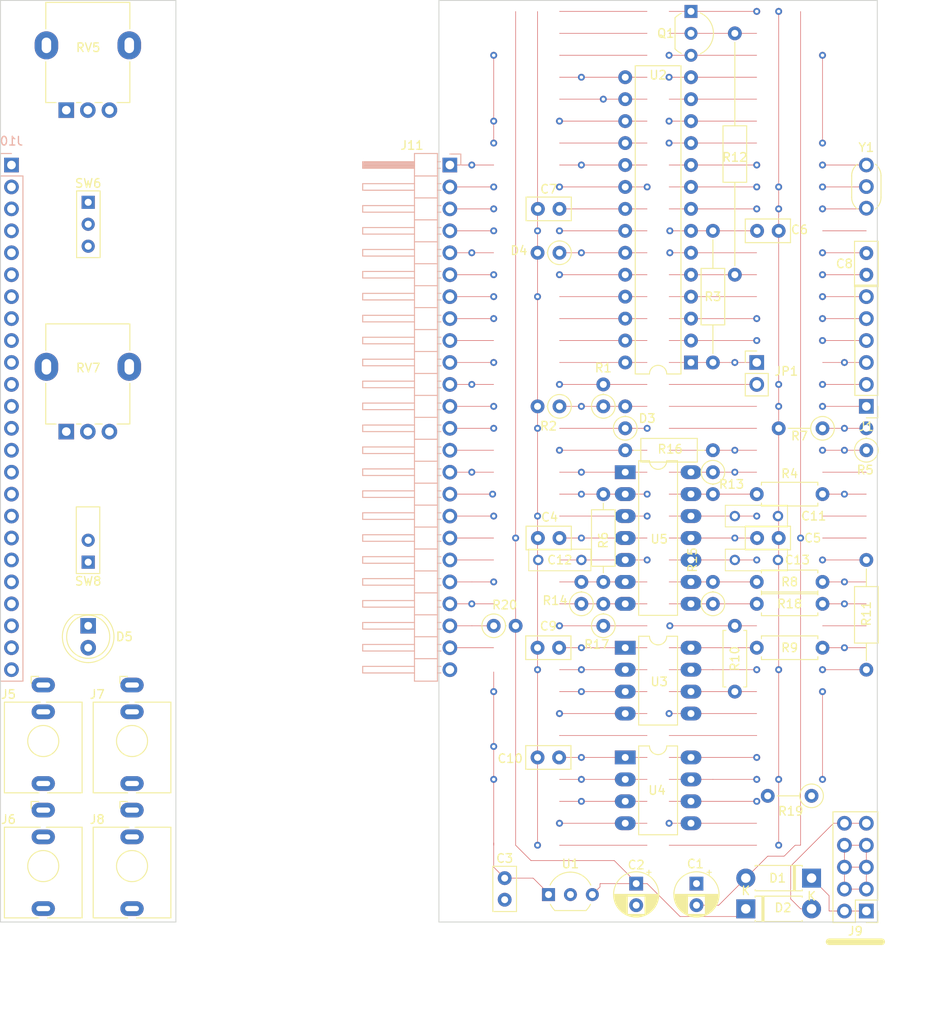
<source format=kicad_pcb>
(kicad_pcb (version 20171130) (host pcbnew "(5.1.10)-1")
  (title_block (title "Eurorack DigiLFO module") (date 2021-12-05) (rev 1.0) (company "Len Popp") (comment 1 "Copyright © 2021 Len Popp CC BY") (comment 2 "Component placement for 4HP module using Delptronics Module Construction Set") (comment 3 "Eurorack microcontroller-based VC-LFO module") (comment 4 COMPLETED))
  (layers (0 F.Cu signal) (1 Wire1.Cu jumper) (2 Wire2.Cu jumper) (3 Wire3.Cu jumper) (4 Wire4.Cu jumper) (31 B.Cu signal hide) (34 B.Paste user) (35 F.Paste user) (36 B.SilkS user) (37 F.SilkS user) (38 B.Mask user) (39 F.Mask user) (44 Edge.Cuts user))
  (net 0 "")
  (net 1 +12V)
  (net 2 -12V)
  (net 3 "Net-(D1-Pad1)")
  (net 4 "Net-(D2-Pad2)")
  (net 5 "Net-(J11-Pad14)")
  (net 6 "Net-(J11-Pad9)")
  (net 7 "Net-(J11-Pad18)")
  (net 8 "Net-(J11-Pad19)")
  (net 9 "Net-(J10-Pad1)")
  (net 10 "Net-(J10-Pad2)")
  (net 11 "Net-(J10-Pad3)")
  (net 12 "Net-(J10-Pad4)")
  (net 13 "Net-(J10-Pad5)")
  (net 14 "Net-(J10-Pad6)")
  (net 15 "Net-(J10-Pad7)")
  (net 16 "Net-(J10-Pad8)")
  (net 17 "Net-(J10-Pad9)")
  (net 18 "Net-(J10-Pad10)")
  (net 19 "Net-(J10-Pad11)")
  (net 20 "Net-(J10-Pad12)")
  (net 21 "Net-(J10-Pad13)")
  (net 22 "Net-(J10-Pad14)")
  (net 23 "Net-(J10-Pad15)")
  (net 24 "Net-(J10-Pad16)")
  (net 25 "Net-(J10-Pad17)")
  (net 26 "Net-(J10-Pad18)")
  (net 27 "Net-(J10-Pad19)")
  (net 28 "Net-(J10-Pad20)")
  (net 29 "Net-(J6-PadTN)")
  (net 30 "Net-(C7-Pad1)")
  (net 31 "Net-(C8-Pad1)")
  (net 32 "Net-(C8-Pad2)")
  (net 33 "Net-(J1-Pad5)")
  (net 34 "Net-(J1-Pad4)")
  (net 35 "Net-(J7-PadTN)")
  (net 36 "Net-(J8-PadTN)")
  (net 37 OUT-3)
  (net 38 OUT-2)
  (net 39 OUT-1)
  (net 40 POT-IN-2)
  (net 41 IN-2)
  (net 42 POT-IN-1)
  (net 43 "Net-(R13-Pad2)")
  (net 44 "Net-(R14-Pad2)")
  (net 45 "Net-(R15-Pad2)")
  (net 46 "Net-(R13-Pad1)")
  (net 47 "Net-(R14-Pad1)")
  (net 48 "Net-(R15-Pad1)")
  (net 49 "Net-(R19-Pad2)")
  (net 50 LED-C)
  (net 51 LED-A)
  (net 52 "Net-(D5-Pad2)")
  (net 53 "Net-(D5-Pad1)")
  (net 54 "Net-(R5-Pad2)")
  (net 55 "Net-(C12-Pad1)")
  (net 56 "Net-(R10-Pad2)")
  (net 57 "Net-(U2-Pad28)")
  (net 58 "Net-(U2-Pad27)")
  (net 59 "Net-(U2-Pad13)")
  (net 60 "Net-(U2-Pad26)")
  (net 61 "Net-(U2-Pad25)")
  (net 62 "Net-(U2-Pad10)")
  (net 63 "Net-(U2-Pad9)")
  (net 64 "Net-(U2-Pad18)")
  (net 65 "Net-(U2-Pad4)")
  (net 66 "Net-(C11-Pad1)")
  (net 67 "Net-(C13-Pad1)")
  (net 68 "Net-(R9-Pad2)")
  (net 69 "Net-(R11-Pad2)")
  (net 70 "Net-(Q1-Pad2)")
  (net 71 "Net-(R12-Pad2)")
  (net 72 IN-SW-FUNCTION)
  (net 73 IN-SW-RANGE-HI)
  (net 74 IN-SW-RANGE-LO)
  (net 75 "Net-(J11-Pad23)")
  (net 76 "Net-(J10-Pad23)")
  (net 77 /Main/VREF)
  (net 78 /Main/CV-IN-2)
  (net 79 /Main/~SPI-CS-1)
  (net 80 /Main/~SPI-CS-2)
  (net 81 /Main/SPI-MOSI)
  (net 82 /Main/SPI-SCLK)
  (net 83 /Main/~LDAC)
  (net 84 GND)
  (net 85 +5V)
  (module -lmp-synth:PinHeader-Eurorack-10-TH (layer F.Cu) (at 226.06 142.24 180)
    (fp_text reference J9 (at 1.27 -2.33) (layer F.SilkS))
    (fp_text value Eurorack_10)
    (pad 10 thru_hole oval (at 2.54 10.16 180) (size 1.7 1.7) (drill 1) (layers *.Cu *.Mask) (net 4 "Net-(D2-Pad2)"))
    (pad 9 thru_hole oval (at 0 10.16 180) (size 1.7 1.7) (drill 1) (layers *.Cu *.Mask) (net 4 "Net-(D2-Pad2)"))
    (pad 8 thru_hole oval (at 2.54 7.62 180) (size 1.7 1.7) (drill 1) (layers *.Cu *.Mask) (net 84 GND))
    (pad 7 thru_hole oval (at 0 7.62 180) (size 1.7 1.7) (drill 1) (layers *.Cu *.Mask) (net 84 GND))
    (pad 6 thru_hole oval (at 2.54 5.08 180) (size 1.7 1.7) (drill 1) (layers *.Cu *.Mask) (net 84 GND))
    (pad 5 thru_hole oval (at 0 5.08 180) (size 1.7 1.7) (drill 1) (layers *.Cu *.Mask) (net 84 GND))
    (pad 4 thru_hole oval (at 2.54 2.54 180) (size 1.7 1.7) (drill 1) (layers *.Cu *.Mask) (net 84 GND))
    (pad 3 thru_hole oval (at 0 2.54 180) (size 1.7 1.7) (drill 1) (layers *.Cu *.Mask) (net 84 GND))
    (pad 2 thru_hole oval (at 2.54 0 180) (size 1.7 1.7) (drill 1) (layers *.Cu *.Mask) (net 3 "Net-(D1-Pad1)"))
    (pad 1 thru_hole rect (at 0 0 180) (size 1.7 1.7) (drill 1) (layers *.Cu *.Mask) (net 3 "Net-(D1-Pad1)"))
  )
  (module -lmp-misc:C_Rect_Kemet_L7.2mm_W2.5mm_P5mm (layer F.Cu) (at 210.82 96.52)
    (fp_text reference C11 (at 9.144 0) (layer F.SilkS))
    (fp_text value 3N3 hide)
    (pad 2 thru_hole circle (at 5 0) (size 1.2 1.2) (drill 0.7) (layers *.Cu *.Mask) (net 84 GND))
    (pad 1 thru_hole circle (at 0 0) (size 1.2 1.2) (drill 0.7) (layers *.Cu *.Mask) (net 66 "Net-(C11-Pad1)"))
  )
  (module -lmp-stripboard:SB_Gen_11 (layer F.Cu) (at 210.82 40.64 270)
    (fp_text reference R12 (at 14.351 0 180) (layer F.SilkS))
    (fp_text value 10K)
    (pad 2 thru_hole oval (at 27.94 0 270) (size 1.6 1.6) (drill 0.8) (layers *.Cu *.Mask) (net 71 "Net-(R12-Pad2)"))
    (pad 1 thru_hole circle (at 0 0 270) (size 1.6 1.6) (drill 0.8) (layers *.Cu *.Mask) (net 70 "Net-(Q1-Pad2)"))
  )
  (module -lmp-misc:C_Disc_D5.0mm_W2.5mm_P2.50mm (layer F.Cu) (at 184.15 138.43 270)
    (fp_text reference C3 (at -2.286 0 180) (layer F.SilkS))
    (fp_text value 100N)
    (pad 2 thru_hole circle (at 2.5 0 270) (size 1.6 1.6) (drill 0.8) (layers *.Cu *.Mask) (net 84 GND))
    (pad 1 thru_hole circle (at 0 0 270) (size 1.6 1.6) (drill 0.8) (layers *.Cu *.Mask) (net 85 +5V))
  )
  (module Diode_THT:D_DO-41_SOD81_P7.62mm_Horizontal (layer F.Cu) (at 212.09 141.986)
    (fp_text reference D2 (at 4.318 -0.127) (layer F.SilkS))
    (fp_text value MBR150)
    (fp_text user K (at 0 -2.1) (layer F.SilkS))
    (pad 1 thru_hole rect (at 0 0) (size 2.2 2.2) (drill 1.1) (layers *.Cu *.Mask) (net 1 +12V))
    (pad 2 thru_hole oval (at 7.62 0) (size 2.2 2.2) (drill 1.1) (layers *.Cu *.Mask) (net 4 "Net-(D2-Pad2)"))
  )
  (module Diode_THT:D_DO-41_SOD81_P7.62mm_Horizontal (layer F.Cu) (at 219.71 138.43 180)
    (fp_text reference D1 (at 3.937 0) (layer F.SilkS))
    (fp_text value MBR150)
    (fp_text user K (at 0 -2.1) (layer F.SilkS))
    (pad 1 thru_hole rect (at 0 0 180) (size 2.2 2.2) (drill 1.1) (layers *.Cu *.Mask) (net 3 "Net-(D1-Pad1)"))
    (pad 2 thru_hole oval (at 7.62 0 180) (size 2.2 2.2) (drill 1.1) (layers *.Cu *.Mask) (net 2 -12V))
  )
  (module -lmp-misc:TO-92_Inline_Wide (layer F.Cu) (at 189.23 140.335)
    (fp_text reference U1 (at 2.54 -3.56) (layer F.SilkS))
    (fp_text value L78L05_TO92)
    (pad 1 thru_hole rect (at 0 0) (size 1.5 1.5) (drill 0.8) (layers *.Cu *.Mask) (net 85 +5V))
    (pad 3 thru_hole circle (at 5.08 0) (size 1.5 1.5) (drill 0.8) (layers *.Cu *.Mask) (net 1 +12V))
    (pad 2 thru_hole circle (at 2.54 0) (size 1.5 1.5) (drill 0.8) (layers *.Cu *.Mask) (net 84 GND))
  )
  (module -lmp-misc:CP_Radial_D5.0mm_P2.50mm (layer F.Cu) (at 206.375 139.065 270)
    (fp_text reference C1 (at -2.286 0.127 180) (layer F.SilkS))
    (fp_text value 10U)
    (pad 1 thru_hole rect (at 0 0 270) (size 1.6 1.6) (drill 0.8) (layers *.Cu *.Mask) (net 84 GND))
    (pad 2 thru_hole circle (at 2.5 0 270) (size 1.6 1.6) (drill 0.8) (layers *.Cu *.Mask) (net 2 -12V))
  )
  (module -lmp-misc:CP_Radial_D5.0mm_P2.50mm (layer F.Cu) (at 199.39 139.065 270)
    (fp_text reference C2 (at -2.159 0 180) (layer F.SilkS))
    (fp_text value 10U)
    (pad 1 thru_hole rect (at 0 0 270) (size 1.6 1.6) (drill 0.8) (layers *.Cu *.Mask) (net 1 +12V))
    (pad 2 thru_hole circle (at 2.5 0 270) (size 1.6 1.6) (drill 0.8) (layers *.Cu *.Mask) (net 84 GND))
  )
  (module -lmp-synth:PinHeader_Delptronics_Back_Left_4HP (layer F.Cu) (at 177.8 55.88)
    (fp_text reference J11 (at -4.385 -2.27) (layer F.SilkS))
    (fp_text value Conn_Back)
    (pad 24 thru_hole oval (at 0 58.42 180) (size 1.7 1.7) (drill 1) (layers *.Cu *.Mask) (net 84 GND))
    (pad 23 thru_hole oval (at 0 55.88 180) (size 1.7 1.7) (drill 1) (layers *.Cu *.Mask) (net 75 "Net-(J11-Pad23)"))
    (pad 22 thru_hole oval (at 0 53.34 180) (size 1.7 1.7) (drill 1) (layers *.Cu *.Mask) (net 51 LED-A))
    (pad 21 thru_hole oval (at 0 50.8 180) (size 1.7 1.7) (drill 1) (layers *.Cu *.Mask) (net 50 LED-C))
    (pad 20 thru_hole oval (at 0 48.26 180) (size 1.7 1.7) (drill 1) (layers *.Cu *.Mask) (net 37 OUT-3))
    (pad 19 thru_hole oval (at 0 45.72 180) (size 1.7 1.7) (drill 1) (layers *.Cu *.Mask) (net 8 "Net-(J11-Pad19)"))
    (pad 18 thru_hole oval (at 0 43.18 180) (size 1.7 1.7) (drill 1) (layers *.Cu *.Mask) (net 7 "Net-(J11-Pad18)"))
    (pad 17 thru_hole oval (at 0 40.64 180) (size 1.7 1.7) (drill 1) (layers *.Cu *.Mask) (net 84 GND))
    (pad 16 thru_hole oval (at 0 38.1 180) (size 1.7 1.7) (drill 1) (layers *.Cu *.Mask) (net 72 IN-SW-FUNCTION))
    (pad 15 thru_hole oval (at 0 35.56 180) (size 1.7 1.7) (drill 1) (layers *.Cu *.Mask) (net 38 OUT-2))
    (pad 14 thru_hole oval (at 0 33.02 180) (size 1.7 1.7) (drill 1) (layers *.Cu *.Mask) (net 5 "Net-(J11-Pad14)"))
    (pad 13 thru_hole oval (at 0 30.48 180) (size 1.7 1.7) (drill 1) (layers *.Cu *.Mask) (net 84 GND))
    (pad 12 thru_hole oval (at 0 27.94 180) (size 1.7 1.7) (drill 1) (layers *.Cu *.Mask) (net 40 POT-IN-2))
    (pad 11 thru_hole oval (at 0 25.4 180) (size 1.7 1.7) (drill 1) (layers *.Cu *.Mask) (net 41 IN-2))
    (pad 10 thru_hole oval (at 0 22.86 180) (size 1.7 1.7) (drill 1) (layers *.Cu *.Mask) (net 39 OUT-1))
    (pad 9 thru_hole oval (at 0 20.32 180) (size 1.7 1.7) (drill 1) (layers *.Cu *.Mask) (net 6 "Net-(J11-Pad9)"))
    (pad 8 thru_hole oval (at 0 17.78 180) (size 1.7 1.7) (drill 1) (layers *.Cu *.Mask) (net 73 IN-SW-RANGE-HI))
    (pad 7 thru_hole oval (at 0 15.24 180) (size 1.7 1.7) (drill 1) (layers *.Cu *.Mask) (net 84 GND))
    (pad 6 thru_hole oval (at 0 12.7 180) (size 1.7 1.7) (drill 1) (layers *.Cu *.Mask) (net 74 IN-SW-RANGE-LO))
    (pad 5 thru_hole oval (at 0 10.16 180) (size 1.7 1.7) (drill 1) (layers *.Cu *.Mask) (net 41 IN-2))
    (pad 4 thru_hole oval (at 0 7.62 180) (size 1.7 1.7) (drill 1) (layers *.Cu *.Mask) (net 84 GND))
    (pad 3 thru_hole oval (at 0 5.08 180) (size 1.7 1.7) (drill 1) (layers *.Cu *.Mask) (net 84 GND))
    (pad 2 thru_hole oval (at 0 2.54 180) (size 1.7 1.7) (drill 1) (layers *.Cu *.Mask) (net 42 POT-IN-1))
    (pad 1 thru_hole rect (at 0 0 180) (size 1.7 1.7) (drill 1) (layers *.Cu *.Mask) (net 85 +5V))
  )
  (module -lmp-misc:C_Disc_D5.0mm_W2.5mm_P2.50mm (layer F.Cu) (at 190.5 99.06 180)
    (fp_text reference C4 (at 1.143 2.413) (layer F.SilkS))
    (fp_text value 100N)
    (pad 2 thru_hole circle (at 2.5 0 180) (size 1.6 1.6) (drill 0.8) (layers *.Cu *.Mask) (net 84 GND))
    (pad 1 thru_hole circle (at 0 0 180) (size 1.6 1.6) (drill 0.8) (layers *.Cu *.Mask) (net 1 +12V))
  )
  (module -lmp-misc:C_Disc_D5.0mm_W2.5mm_P2.50mm (layer F.Cu) (at 215.9 99.06 180)
    (fp_text reference C5 (at -3.937 0) (layer F.SilkS))
    (fp_text value 100N)
    (pad 2 thru_hole circle (at 2.5 0 180) (size 1.6 1.6) (drill 0.8) (layers *.Cu *.Mask) (net 2 -12V))
    (pad 1 thru_hole circle (at 0 0 180) (size 1.6 1.6) (drill 0.8) (layers *.Cu *.Mask) (net 84 GND))
  )
  (module -lmp-misc:C_Disc_D5.0mm_W2.5mm_P2.50mm (layer F.Cu) (at 213.4 63.5)
    (fp_text reference C6 (at 4.913 -0.127) (layer F.SilkS))
    (fp_text value 100N)
    (pad 2 thru_hole circle (at 2.5 0) (size 1.6 1.6) (drill 0.8) (layers *.Cu *.Mask) (net 84 GND))
    (pad 1 thru_hole circle (at 0 0) (size 1.6 1.6) (drill 0.8) (layers *.Cu *.Mask) (net 85 +5V))
  )
  (module -lmp-misc:C_Disc_D5.0mm_W2.5mm_P2.50mm (layer F.Cu) (at 190.5 60.96 180)
    (fp_text reference C7 (at 1.25 2.286) (layer F.SilkS))
    (fp_text value 100N)
    (pad 2 thru_hole circle (at 2.5 0 180) (size 1.6 1.6) (drill 0.8) (layers *.Cu *.Mask) (net 84 GND))
    (pad 1 thru_hole circle (at 0 0 180) (size 1.6 1.6) (drill 0.8) (layers *.Cu *.Mask) (net 30 "Net-(C7-Pad1)"))
  )
  (module -lmp-misc:C_Disc_D5.0mm_W2.5mm_P2.50mm (layer F.Cu) (at 226.06 68.58 90)
    (fp_text reference C8 (at 1.27 -2.54 180) (layer F.SilkS))
    (fp_text value 100N)
    (pad 2 thru_hole circle (at 2.5 0 90) (size 1.6 1.6) (drill 0.8) (layers *.Cu *.Mask) (net 32 "Net-(C8-Pad2)"))
    (pad 1 thru_hole circle (at 0 0 90) (size 1.6 1.6) (drill 0.8) (layers *.Cu *.Mask) (net 31 "Net-(C8-Pad1)"))
  )
  (module -lmp-misc:C_Disc_D5.0mm_W2.5mm_P2.50mm (layer F.Cu) (at 187.96 111.76)
    (fp_text reference C9 (at 1.25 -2.5) (layer F.SilkS))
    (fp_text value 100N)
    (pad 1 thru_hole circle (at 0 0) (size 1.6 1.6) (drill 0.8) (layers *.Cu *.Mask) (net 84 GND))
    (pad 2 thru_hole circle (at 2.5 0) (size 1.6 1.6) (drill 0.8) (layers *.Cu *.Mask) (net 85 +5V))
  )
  (module -lmp-misc:C_Disc_D5.0mm_W2.5mm_P2.50mm (layer F.Cu) (at 187.96 124.46)
    (fp_text reference C10 (at -3.175 0.127) (layer F.SilkS))
    (fp_text value 100N)
    (pad 1 thru_hole circle (at 0 0) (size 1.6 1.6) (drill 0.8) (layers *.Cu *.Mask) (net 84 GND))
    (pad 2 thru_hole circle (at 2.5 0) (size 1.6 1.6) (drill 0.8) (layers *.Cu *.Mask) (net 85 +5V))
  )
  (module Connector_PinHeader_2.54mm:PinHeader_1x06_P2.54mm_Vertical (layer F.Cu) (at 226.06 83.82 180)
    (fp_text reference J1 (at 0 -2.33) (layer F.SilkS))
    (fp_text value "FTDI USB-TTL")
    (pad 1 thru_hole rect (at 0 0 180) (size 1.7 1.7) (drill 1) (layers *.Cu *.Mask) (net 84 GND))
    (pad 2 thru_hole oval (at 0 2.54 180) (size 1.7 1.7) (drill 1) (layers *.Cu *.Mask) (net 84 GND))
    (pad 3 thru_hole oval (at 0 5.08 180) (size 1.7 1.7) (drill 1) (layers *.Cu *.Mask) (net 85 +5V))
    (pad 4 thru_hole oval (at 0 7.62 180) (size 1.7 1.7) (drill 1) (layers *.Cu *.Mask) (net 34 "Net-(J1-Pad4)"))
    (pad 5 thru_hole oval (at 0 10.16 180) (size 1.7 1.7) (drill 1) (layers *.Cu *.Mask) (net 33 "Net-(J1-Pad5)"))
    (pad 6 thru_hole oval (at 0 12.7 180) (size 1.7 1.7) (drill 1) (layers *.Cu *.Mask) (net 31 "Net-(C8-Pad1)"))
  )
  (module -lmp-misc:R_Axial_DIN0207_L6.3mm_D2.5mm_P10.16mm_Horizontal (layer F.Cu) (at 198.12 88.9)
    (fp_text reference R16 (at 5.207 -0.127) (layer F.SilkS))
    (fp_text value 1K)
    (pad 2 thru_hole oval (at 10.16 0) (size 1.6 1.6) (drill 0.8) (layers *.Cu *.Mask) (net 46 "Net-(R13-Pad1)"))
    (pad 1 thru_hole circle (at 0 0) (size 1.6 1.6) (drill 0.8) (layers *.Cu *.Mask) (net 39 OUT-1))
  )
  (module -lmp-misc:DIP-14_W7.62mm_LongPads (layer F.Cu) (at 198.12 91.44)
    (fp_text reference U5 (at 3.937 7.747) (layer F.SilkS))
    (fp_text value TL074)
    (pad 14 thru_hole oval (at 7.62 0) (size 2.4 1.6) (drill 0.8) (layers *.Cu *.Mask) (net 46 "Net-(R13-Pad1)"))
    (pad 7 thru_hole oval (at 0 15.24) (size 2.4 1.6) (drill 0.8) (layers *.Cu *.Mask) (net 47 "Net-(R14-Pad1)"))
    (pad 13 thru_hole oval (at 7.62 2.54) (size 2.4 1.6) (drill 0.8) (layers *.Cu *.Mask) (net 43 "Net-(R13-Pad2)"))
    (pad 6 thru_hole oval (at 0 12.7) (size 2.4 1.6) (drill 0.8) (layers *.Cu *.Mask) (net 44 "Net-(R14-Pad2)"))
    (pad 12 thru_hole oval (at 7.62 5.08) (size 2.4 1.6) (drill 0.8) (layers *.Cu *.Mask) (net 66 "Net-(C11-Pad1)"))
    (pad 5 thru_hole oval (at 0 10.16) (size 2.4 1.6) (drill 0.8) (layers *.Cu *.Mask) (net 55 "Net-(C12-Pad1)"))
    (pad 11 thru_hole oval (at 7.62 7.62) (size 2.4 1.6) (drill 0.8) (layers *.Cu *.Mask) (net 2 -12V))
    (pad 4 thru_hole oval (at 0 7.62) (size 2.4 1.6) (drill 0.8) (layers *.Cu *.Mask) (net 1 +12V))
    (pad 10 thru_hole oval (at 7.62 10.16) (size 2.4 1.6) (drill 0.8) (layers *.Cu *.Mask) (net 67 "Net-(C13-Pad1)"))
    (pad 3 thru_hole oval (at 0 5.08) (size 2.4 1.6) (drill 0.8) (layers *.Cu *.Mask) (net 54 "Net-(R5-Pad2)"))
    (pad 9 thru_hole oval (at 7.62 12.7) (size 2.4 1.6) (drill 0.8) (layers *.Cu *.Mask) (net 45 "Net-(R15-Pad2)"))
    (pad 2 thru_hole oval (at 0 2.54) (size 2.4 1.6) (drill 0.8) (layers *.Cu *.Mask) (net 77 /Main/VREF))
    (pad 8 thru_hole oval (at 7.62 15.24) (size 2.4 1.6) (drill 0.8) (layers *.Cu *.Mask) (net 48 "Net-(R15-Pad1)"))
    (pad 1 thru_hole rect (at 0 0) (size 2.4 1.6) (drill 0.8) (layers *.Cu *.Mask) (net 77 /Main/VREF))
  )
  (module Package_DIP:DIP-28_W7.62mm (layer F.Cu) (at 205.74 78.74 180)
    (fp_text reference U2 (at 3.81 33.274) (layer F.SilkS))
    (fp_text value ATmega328P-PU)
    (pad 1 thru_hole rect (at 0 0 180) (size 1.6 1.6) (drill 0.8) (layers *.Cu *.Mask) (net 32 "Net-(C8-Pad2)"))
    (pad 15 thru_hole oval (at 7.62 33.02 180) (size 1.6 1.6) (drill 0.8) (layers *.Cu *.Mask) (net 79 /Main/~SPI-CS-1))
    (pad 2 thru_hole oval (at 0 2.54 180) (size 1.6 1.6) (drill 0.8) (layers *.Cu *.Mask) (net 34 "Net-(J1-Pad4)"))
    (pad 16 thru_hole oval (at 7.62 30.48 180) (size 1.6 1.6) (drill 0.8) (layers *.Cu *.Mask) (net 80 /Main/~SPI-CS-2))
    (pad 3 thru_hole oval (at 0 5.08 180) (size 1.6 1.6) (drill 0.8) (layers *.Cu *.Mask) (net 33 "Net-(J1-Pad5)"))
    (pad 17 thru_hole oval (at 7.62 27.94 180) (size 1.6 1.6) (drill 0.8) (layers *.Cu *.Mask) (net 81 /Main/SPI-MOSI))
    (pad 4 thru_hole oval (at 0 7.62 180) (size 1.6 1.6) (drill 0.8) (layers *.Cu *.Mask) (net 65 "Net-(U2-Pad4)"))
    (pad 18 thru_hole oval (at 7.62 25.4 180) (size 1.6 1.6) (drill 0.8) (layers *.Cu *.Mask) (net 64 "Net-(U2-Pad18)"))
    (pad 5 thru_hole oval (at 0 10.16 180) (size 1.6 1.6) (drill 0.8) (layers *.Cu *.Mask) (net 71 "Net-(R12-Pad2)"))
    (pad 19 thru_hole oval (at 7.62 22.86 180) (size 1.6 1.6) (drill 0.8) (layers *.Cu *.Mask) (net 82 /Main/SPI-SCLK))
    (pad 6 thru_hole oval (at 0 12.7 180) (size 1.6 1.6) (drill 0.8) (layers *.Cu *.Mask) (net 74 IN-SW-RANGE-LO))
    (pad 20 thru_hole oval (at 7.62 20.32 180) (size 1.6 1.6) (drill 0.8) (layers *.Cu *.Mask) (net 85 +5V))
    (pad 7 thru_hole oval (at 0 15.24 180) (size 1.6 1.6) (drill 0.8) (layers *.Cu *.Mask) (net 85 +5V))
    (pad 21 thru_hole oval (at 7.62 17.78 180) (size 1.6 1.6) (drill 0.8) (layers *.Cu *.Mask) (net 30 "Net-(C7-Pad1)"))
    (pad 8 thru_hole oval (at 0 17.78 180) (size 1.6 1.6) (drill 0.8) (layers *.Cu *.Mask) (net 84 GND))
    (pad 22 thru_hole oval (at 7.62 15.24 180) (size 1.6 1.6) (drill 0.8) (layers *.Cu *.Mask) (net 84 GND))
    (pad 9 thru_hole oval (at 0 20.32 180) (size 1.6 1.6) (drill 0.8) (layers *.Cu *.Mask) (net 63 "Net-(U2-Pad9)"))
    (pad 23 thru_hole oval (at 7.62 12.7 180) (size 1.6 1.6) (drill 0.8) (layers *.Cu *.Mask) (net 78 /Main/CV-IN-2))
    (pad 10 thru_hole oval (at 0 22.86 180) (size 1.6 1.6) (drill 0.8) (layers *.Cu *.Mask) (net 62 "Net-(U2-Pad10)"))
    (pad 24 thru_hole oval (at 7.62 10.16 180) (size 1.6 1.6) (drill 0.8) (layers *.Cu *.Mask) (net 42 POT-IN-1))
    (pad 11 thru_hole oval (at 0 25.4 180) (size 1.6 1.6) (drill 0.8) (layers *.Cu *.Mask) (net 73 IN-SW-RANGE-HI))
    (pad 25 thru_hole oval (at 7.62 7.62 180) (size 1.6 1.6) (drill 0.8) (layers *.Cu *.Mask) (net 61 "Net-(U2-Pad25)"))
    (pad 12 thru_hole oval (at 0 27.94 180) (size 1.6 1.6) (drill 0.8) (layers *.Cu *.Mask) (net 72 IN-SW-FUNCTION))
    (pad 26 thru_hole oval (at 7.62 5.08 180) (size 1.6 1.6) (drill 0.8) (layers *.Cu *.Mask) (net 60 "Net-(U2-Pad26)"))
    (pad 13 thru_hole oval (at 0 30.48 180) (size 1.6 1.6) (drill 0.8) (layers *.Cu *.Mask) (net 59 "Net-(U2-Pad13)"))
    (pad 27 thru_hole oval (at 7.62 2.54 180) (size 1.6 1.6) (drill 0.8) (layers *.Cu *.Mask) (net 58 "Net-(U2-Pad27)"))
    (pad 14 thru_hole oval (at 0 33.02 180) (size 1.6 1.6) (drill 0.8) (layers *.Cu *.Mask) (net 83 /Main/~LDAC))
    (pad 28 thru_hole oval (at 7.62 0 180) (size 1.6 1.6) (drill 0.8) (layers *.Cu *.Mask) (net 57 "Net-(U2-Pad28)"))
  )
  (module -lmp-misc:DIP-8_W7.62mm_LongPads (layer F.Cu) (at 198.12 111.76)
    (fp_text reference U3 (at 3.937 3.937) (layer F.SilkS))
    (fp_text value MCP4822)
    (pad 1 thru_hole rect (at 0 0) (size 2.4 1.6) (drill 0.8) (layers *.Cu *.Mask) (net 85 +5V))
    (pad 5 thru_hole oval (at 7.62 7.62) (size 2.4 1.6) (drill 0.8) (layers *.Cu *.Mask) (net 83 /Main/~LDAC))
    (pad 2 thru_hole oval (at 0 2.54) (size 2.4 1.6) (drill 0.8) (layers *.Cu *.Mask) (net 79 /Main/~SPI-CS-1))
    (pad 6 thru_hole oval (at 7.62 5.08) (size 2.4 1.6) (drill 0.8) (layers *.Cu *.Mask) (net 56 "Net-(R10-Pad2)"))
    (pad 3 thru_hole oval (at 0 5.08) (size 2.4 1.6) (drill 0.8) (layers *.Cu *.Mask) (net 82 /Main/SPI-SCLK))
    (pad 7 thru_hole oval (at 7.62 2.54) (size 2.4 1.6) (drill 0.8) (layers *.Cu *.Mask) (net 84 GND))
    (pad 4 thru_hole oval (at 0 7.62) (size 2.4 1.6) (drill 0.8) (layers *.Cu *.Mask) (net 81 /Main/SPI-MOSI))
    (pad 8 thru_hole oval (at 7.62 0) (size 2.4 1.6) (drill 0.8) (layers *.Cu *.Mask) (net 68 "Net-(R9-Pad2)"))
  )
  (module -lmp-misc:DIP-8_W7.62mm_LongPads (layer F.Cu) (at 198.12 124.46)
    (fp_text reference U4 (at 3.683 3.81) (layer F.SilkS))
    (fp_text value MCP4821)
    (pad 1 thru_hole rect (at 0 0) (size 2.4 1.6) (drill 0.8) (layers *.Cu *.Mask) (net 85 +5V))
    (pad 5 thru_hole oval (at 7.62 7.62) (size 2.4 1.6) (drill 0.8) (layers *.Cu *.Mask) (net 83 /Main/~LDAC))
    (pad 2 thru_hole oval (at 0 2.54) (size 2.4 1.6) (drill 0.8) (layers *.Cu *.Mask) (net 80 /Main/~SPI-CS-2))
    (pad 6 thru_hole oval (at 7.62 5.08) (size 2.4 1.6) (drill 0.8) (layers *.Cu *.Mask) (net 49 "Net-(R19-Pad2)"))
    (pad 3 thru_hole oval (at 0 5.08) (size 2.4 1.6) (drill 0.8) (layers *.Cu *.Mask) (net 82 /Main/SPI-SCLK))
    (pad 7 thru_hole oval (at 7.62 2.54) (size 2.4 1.6) (drill 0.8) (layers *.Cu *.Mask) (net 84 GND))
    (pad 4 thru_hole oval (at 0 7.62) (size 2.4 1.6) (drill 0.8) (layers *.Cu *.Mask) (net 81 /Main/SPI-MOSI))
    (pad 8 thru_hole oval (at 7.62 0) (size 2.4 1.6) (drill 0.8) (layers *.Cu *.Mask) (net 69 "Net-(R11-Pad2)"))
  )
  (module Crystal:Resonator_muRata_CSTLSxxxX-3Pin_W5.5mm_H3.0mm (layer F.Cu) (at 226.06 55.88 270)
    (fp_text reference Y1 (at -2.032 0 180) (layer F.SilkS))
    (fp_text value 16MHz)
    (pad 1 thru_hole circle (at 0 0 270) (size 1.7 1.7) (drill 1) (layers *.Cu *.Mask) (net 62 "Net-(U2-Pad10)"))
    (pad 2 thru_hole circle (at 2.5 0 270) (size 1.7 1.7) (drill 1) (layers *.Cu *.Mask) (net 84 GND))
    (pad 3 thru_hole circle (at 5 0 270) (size 1.7 1.7) (drill 1) (layers *.Cu *.Mask) (net 63 "Net-(U2-Pad9)"))
  )
  (module -lmp-stripboard:SB_Gen_1 (layer F.Cu) (at 208.28 91.44 270)
    (fp_text reference R13 (at 1.397 -2.159 180) (layer F.SilkS))
    (fp_text value 30K)
    (pad 2 thru_hole oval (at 2.54 0 270) (size 1.6 1.6) (drill 0.8) (layers *.Cu *.Mask) (net 43 "Net-(R13-Pad2)"))
    (pad 1 thru_hole circle (at 0 0 270) (size 1.6 1.6) (drill 0.8) (layers *.Cu *.Mask) (net 46 "Net-(R13-Pad1)"))
  )
  (module -lmp-stripboard:SB_Gen_1 (layer F.Cu) (at 193.04 106.68 90)
    (fp_text reference R14 (at 0.381 -3.048 180) (layer F.SilkS))
    (fp_text value 30K)
    (pad 1 thru_hole circle (at 0 0 90) (size 1.6 1.6) (drill 0.8) (layers *.Cu *.Mask) (net 47 "Net-(R14-Pad1)"))
    (pad 2 thru_hole oval (at 2.54 0 90) (size 1.6 1.6) (drill 0.8) (layers *.Cu *.Mask) (net 44 "Net-(R14-Pad2)"))
  )
  (module -lmp-stripboard:SB_Gen_1 (layer F.Cu) (at 208.28 106.68 90)
    (fp_text reference R15 (at 5.08 -2.37 90) (layer F.SilkS))
    (fp_text value 30K)
    (pad 2 thru_hole oval (at 2.54 0 90) (size 1.6 1.6) (drill 0.8) (layers *.Cu *.Mask) (net 45 "Net-(R15-Pad2)"))
    (pad 1 thru_hole circle (at 0 0 90) (size 1.6 1.6) (drill 0.8) (layers *.Cu *.Mask) (net 48 "Net-(R15-Pad1)"))
  )
  (module -lmp-stripboard:SB_Gen_4 (layer F.Cu) (at 195.58 104.14 90)
    (fp_text reference R6 (at 4.826 0 90) (layer F.SilkS))
    (fp_text value 20K)
    (pad 2 thru_hole oval (at 10.16 0 90) (size 1.6 1.6) (drill 0.8) (layers *.Cu *.Mask) (net 77 /Main/VREF))
    (pad 1 thru_hole circle (at 0 0 90) (size 1.6 1.6) (drill 0.8) (layers *.Cu *.Mask) (net 44 "Net-(R14-Pad2)"))
  )
  (module -lmp-stripboard:SB_Gen_1 (layer F.Cu) (at 190.5 83.82 180)
    (fp_text reference R2 (at 1.27 -2.286) (layer F.SilkS))
    (fp_text value 100K)
    (pad 2 thru_hole oval (at 2.54 0 180) (size 1.6 1.6) (drill 0.8) (layers *.Cu *.Mask) (net 84 GND))
    (pad 1 thru_hole circle (at 0 0 180) (size 1.6 1.6) (drill 0.8) (layers *.Cu *.Mask) (net 78 /Main/CV-IN-2))
  )
  (module -lmp-stripboard:SB_Gen_2 (layer F.Cu) (at 219.71 128.905 180)
    (fp_text reference R19 (at 2.413 -1.778) (layer F.SilkS))
    (fp_text value 100K)
    (pad 1 thru_hole circle (at 0 0 180) (size 1.6 1.6) (drill 0.8) (layers *.Cu *.Mask) (net 85 +5V))
    (pad 2 thru_hole oval (at 5.08 0 180) (size 1.6 1.6) (drill 0.8) (layers *.Cu *.Mask) (net 49 "Net-(R19-Pad2)"))
  )
  (module -lmp-stripboard:SB_Gen_1 (layer F.Cu) (at 195.58 83.82 90)
    (fp_text reference R1 (at 4.445 0 180) (layer F.SilkS))
    (fp_text value 100K)
    (pad 2 thru_hole oval (at 2.54 0 90) (size 1.6 1.6) (drill 0.8) (layers *.Cu *.Mask) (net 40 POT-IN-2))
    (pad 1 thru_hole circle (at 0 0 90) (size 1.6 1.6) (drill 0.8) (layers *.Cu *.Mask) (net 78 /Main/CV-IN-2))
  )
  (module -lmp-stripboard:SB_Gen_1 (layer F.Cu) (at 195.58 109.22 90)
    (fp_text reference R17 (at -2.159 -0.762 180) (layer F.SilkS))
    (fp_text value 1K)
    (pad 1 thru_hole circle (at 0 0 90) (size 1.6 1.6) (drill 0.8) (layers *.Cu *.Mask) (net 38 OUT-2))
    (pad 2 thru_hole oval (at 2.54 0 90) (size 1.6 1.6) (drill 0.8) (layers *.Cu *.Mask) (net 47 "Net-(R14-Pad1)"))
  )
  (module -lmp-stripboard:SB_Gen_1 (layer F.Cu) (at 198.12 86.36 90)
    (fp_text reference D3 (at 1.143 2.54 180) (layer F.SilkS))
    (fp_text value 1N5711)
    (pad 2 thru_hole oval (at 2.54 0 90) (size 1.6 1.6) (drill 0.8) (layers *.Cu *.Mask) (net 78 /Main/CV-IN-2))
    (pad 1 thru_hole circle (at 0 0 90) (size 1.6 1.6) (drill 0.8) (layers *.Cu *.Mask) (net 85 +5V))
  )
  (module -lmp-stripboard:SB_Gen_1 (layer F.Cu) (at 226.06 88.9 90)
    (fp_text reference R5 (at -2.286 -0.127) (layer F.SilkS))
    (fp_text value 10K)
    (pad 2 thru_hole oval (at 2.54 0 90) (size 1.6 1.6) (drill 0.8) (layers *.Cu *.Mask) (net 54 "Net-(R5-Pad2)"))
    (pad 1 thru_hole circle (at 0 0 90) (size 1.6 1.6) (drill 0.8) (layers *.Cu *.Mask) (net 85 +5V))
  )
  (module -lmp-misc:C_Rect_Kemet_L7.2mm_W2.5mm_P5mm (layer F.Cu) (at 193.04 101.6 180)
    (fp_text reference C12 (at 2.5 0) (layer F.SilkS))
    (fp_text value 3N3 hide)
    (pad 1 thru_hole circle (at 0 0 180) (size 1.2 1.2) (drill 0.7) (layers *.Cu *.Mask) (net 55 "Net-(C12-Pad1)"))
    (pad 2 thru_hole circle (at 5 0 180) (size 1.2 1.2) (drill 0.7) (layers *.Cu *.Mask) (net 84 GND))
  )
  (module -lmp-misc:C_Rect_Kemet_L7.2mm_W2.5mm_P5mm (layer F.Cu) (at 210.82 101.6)
    (fp_text reference C13 (at 7.239 0) (layer F.SilkS))
    (fp_text value 3N3 hide)
    (pad 1 thru_hole circle (at 0 0) (size 1.2 1.2) (drill 0.7) (layers *.Cu *.Mask) (net 67 "Net-(C13-Pad1)"))
    (pad 2 thru_hole circle (at 5 0) (size 1.2 1.2) (drill 0.7) (layers *.Cu *.Mask) (net 84 GND))
  )
  (module -lmp-misc:R_Axial_DIN0207_L6.3mm_D2.5mm_P7.62mm_Horizontal (layer F.Cu) (at 210.82 109.22 270)
    (fp_text reference R10 (at 3.81 0 90) (layer F.SilkS))
    (fp_text value 47K)
    (pad 1 thru_hole circle (at 0 0 270) (size 1.6 1.6) (drill 0.8) (layers *.Cu *.Mask) (net 55 "Net-(C12-Pad1)"))
    (pad 2 thru_hole oval (at 7.62 0 270) (size 1.6 1.6) (drill 0.8) (layers *.Cu *.Mask) (net 56 "Net-(R10-Pad2)"))
  )
  (module -lmp-misc:TO-92_Inline_Wide (layer F.Cu) (at 205.74 38.1 270)
    (fp_text reference Q1 (at 2.54 2.921 180) (layer F.SilkS))
    (fp_text value 2N3904)
    (pad 1 thru_hole rect (at 0 0 270) (size 1.5 1.5) (drill 0.8) (layers *.Cu *.Mask) (net 84 GND))
    (pad 3 thru_hole circle (at 5.08 0 270) (size 1.5 1.5) (drill 0.8) (layers *.Cu *.Mask) (net 50 LED-C))
    (pad 2 thru_hole circle (at 2.54 0 270) (size 1.5 1.5) (drill 0.8) (layers *.Cu *.Mask) (net 70 "Net-(Q1-Pad2)"))
  )
  (module -lmp-stripboard:SB_Gen_1 (layer F.Cu) (at 190.5 66.04 180)
    (fp_text reference D4 (at 4.699 0.254) (layer F.SilkS))
    (fp_text value 1N5711)
    (pad 1 thru_hole circle (at 0 0 180) (size 1.6 1.6) (drill 0.8) (layers *.Cu *.Mask) (net 78 /Main/CV-IN-2))
    (pad 2 thru_hole oval (at 2.54 0 180) (size 1.6 1.6) (drill 0.8) (layers *.Cu *.Mask) (net 84 GND))
  )
  (module -lmp-stripboard:SB_Gen_6 (layer F.Cu) (at 208.28 63.5 270)
    (fp_text reference R3 (at 7.62 0 180) (layer F.SilkS))
    (fp_text value 10K)
    (pad 1 thru_hole circle (at 0 0 270) (size 1.6 1.6) (drill 0.8) (layers *.Cu *.Mask) (net 85 +5V))
    (pad 2 thru_hole oval (at 15.24 0 270) (size 1.6 1.6) (drill 0.8) (layers *.Cu *.Mask) (net 32 "Net-(C8-Pad2)"))
  )
  (module -lmp-misc:R_Axial_DIN0207_L6.3mm_D2.5mm_P7.62mm_Horizontal (layer F.Cu) (at 213.36 93.98)
    (fp_text reference R4 (at 3.81 -2.37) (layer F.SilkS))
    (fp_text value 20K)
    (pad 2 thru_hole oval (at 7.62 0) (size 1.6 1.6) (drill 0.8) (layers *.Cu *.Mask) (net 77 /Main/VREF))
    (pad 1 thru_hole circle (at 0 0) (size 1.6 1.6) (drill 0.8) (layers *.Cu *.Mask) (net 43 "Net-(R13-Pad2)"))
  )
  (module -lmp-misc:R_Axial_DIN0207_L6.3mm_D2.5mm_P7.62mm_Horizontal (layer F.Cu) (at 220.98 106.68 180)
    (fp_text reference R18 (at 3.81 0) (layer F.SilkS))
    (fp_text value 1K)
    (pad 2 thru_hole oval (at 7.62 0 180) (size 1.6 1.6) (drill 0.8) (layers *.Cu *.Mask) (net 48 "Net-(R15-Pad1)"))
    (pad 1 thru_hole circle (at 0 0 180) (size 1.6 1.6) (drill 0.8) (layers *.Cu *.Mask) (net 37 OUT-3))
  )
  (module -lmp-misc:R_Axial_DIN0207_L6.3mm_D2.5mm_P7.62mm_Horizontal (layer F.Cu) (at 213.36 104.14)
    (fp_text reference R8 (at 3.81 0) (layer F.SilkS))
    (fp_text value 20K)
    (pad 2 thru_hole oval (at 7.62 0) (size 1.6 1.6) (drill 0.8) (layers *.Cu *.Mask) (net 77 /Main/VREF))
    (pad 1 thru_hole circle (at 0 0) (size 1.6 1.6) (drill 0.8) (layers *.Cu *.Mask) (net 45 "Net-(R15-Pad2)"))
  )
  (module -lmp-stripboard:SB_Gen_2 (layer F.Cu) (at 220.98 86.36 180)
    (fp_text reference R7 (at 2.667 -0.889) (layer F.SilkS))
    (fp_text value 20K)
    (pad 1 thru_hole circle (at 0 0 180) (size 1.6 1.6) (drill 0.8) (layers *.Cu *.Mask) (net 54 "Net-(R5-Pad2)"))
    (pad 2 thru_hole oval (at 5.08 0 180) (size 1.6 1.6) (drill 0.8) (layers *.Cu *.Mask) (net 84 GND))
  )
  (module -lmp-misc:R_Axial_DIN0207_L6.3mm_D2.5mm_P7.62mm_Horizontal (layer F.Cu) (at 220.98 111.76 180)
    (fp_text reference R9 (at 3.81 0) (layer F.SilkS))
    (fp_text value 47K)
    (pad 2 thru_hole oval (at 7.62 0 180) (size 1.6 1.6) (drill 0.8) (layers *.Cu *.Mask) (net 68 "Net-(R9-Pad2)"))
    (pad 1 thru_hole circle (at 0 0 180) (size 1.6 1.6) (drill 0.8) (layers *.Cu *.Mask) (net 66 "Net-(C11-Pad1)"))
  )
  (module -lmp-misc:PinHeader_1x02_P2.54mm_Vertical (layer F.Cu) (at 213.36 78.74)
    (fp_text reference JP1 (at 3.429 1.016) (layer F.SilkS))
    (fp_text value RESET)
    (pad 1 thru_hole rect (at 0 0) (size 1.7 1.7) (drill 1) (layers *.Cu *.Mask) (net 32 "Net-(C8-Pad2)"))
    (pad 2 thru_hole oval (at 0 2.54) (size 1.7 1.7) (drill 1) (layers *.Cu *.Mask) (net 84 GND))
  )
  (module -lmp-stripboard:SB_Gen_5 (layer F.Cu) (at 226.06 101.6 270)
    (fp_text reference R11 (at 6.223 0 90) (layer F.SilkS))
    (fp_text value 47K)
    (pad 1 thru_hole circle (at 0 0 270) (size 1.6 1.6) (drill 0.8) (layers *.Cu *.Mask) (net 67 "Net-(C13-Pad1)"))
    (pad 2 thru_hole oval (at 12.7 0 270) (size 1.6 1.6) (drill 0.8) (layers *.Cu *.Mask) (net 69 "Net-(R11-Pad2)"))
  )
  (module -lmp-misc:SW_SPDT_THT_2.54 (layer F.Cu) (at 135.89 60.198)
    (fp_text reference SW6 (at 0 -2.2) (layer F.SilkS))
    (fp_text value ON_OFF_ON)
    (pad 3 thru_hole circle (at 0 5.08) (size 1.524 1.524) (drill 0.8128) (layers *.Cu *.Mask) (net 16 "Net-(J10-Pad8)"))
    (pad 2 thru_hole circle (at 0 2.54) (size 1.524 1.524) (drill 0.8128) (layers *.Cu *.Mask) (net 15 "Net-(J10-Pad7)"))
    (pad 1 thru_hole rect (at 0 0) (size 1.524 1.524) (drill 0.8128) (layers *.Cu *.Mask) (net 14 "Net-(J10-Pad6)"))
  )
  (module -lmp-synth:Potentiometer_Alpha_RD901F-40-00D_Single_Vertical (layer F.Cu) (at 133.35 49.53 90)
    (fp_text reference RV5 (at 7.239 2.54) (layer F.SilkS))
    (fp_text value 100K)
    (pad 1 thru_hole rect (at 0 0 180) (size 1.8 1.8) (drill 1) (layers *.Cu *.Mask) (net 11 "Net-(J10-Pad3)"))
    (pad 2 thru_hole circle (at 0 2.5 180) (size 1.8 1.8) (drill 1) (layers *.Cu *.Mask) (net 10 "Net-(J10-Pad2)"))
    (pad 3 thru_hole circle (at 0 5 180) (size 1.8 1.8) (drill 1) (layers *.Cu *.Mask) (net 9 "Net-(J10-Pad1)"))
    (pad "" thru_hole oval (at 7.5 7.3 180) (size 2.72 3.24) (drill oval 1.1 1.8) (layers *.Cu *.Mask))
    (pad "" thru_hole oval (at 7.5 -2.3 180) (size 2.72 3.24) (drill oval 1.1 1.8) (layers *.Cu *.Mask))
  )
  (module -lmp-synth:Potentiometer_Alpha_RD901F-40-00D_Single_Vertical (layer F.Cu) (at 133.35 86.741 90)
    (fp_text reference RV7 (at 7.366 2.54) (layer F.SilkS))
    (fp_text value 100K)
    (pad 1 thru_hole rect (at 0 0 180) (size 1.8 1.8) (drill 1) (layers *.Cu *.Mask) (net 21 "Net-(J10-Pad13)"))
    (pad 2 thru_hole circle (at 0 2.5 180) (size 1.8 1.8) (drill 1) (layers *.Cu *.Mask) (net 20 "Net-(J10-Pad12)"))
    (pad 3 thru_hole circle (at 0 5 180) (size 1.8 1.8) (drill 1) (layers *.Cu *.Mask) (net 19 "Net-(J10-Pad11)"))
    (pad "" thru_hole oval (at 7.5 7.3 180) (size 2.72 3.24) (drill oval 1.1 1.8) (layers *.Cu *.Mask))
    (pad "" thru_hole oval (at 7.5 -2.3 180) (size 2.72 3.24) (drill oval 1.1 1.8) (layers *.Cu *.Mask))
  )
  (module -lmp-misc:SW_SPST_THT_2.54 (layer F.Cu) (at 135.89 101.854 180)
    (fp_text reference SW8 (at 0 -2.2) (layer F.SilkS))
    (fp_text value SPST)
    (pad 2 thru_hole circle (at 0 2.54 180) (size 1.524 1.524) (drill 0.8128) (layers *.Cu *.Mask) (net 24 "Net-(J10-Pad16)"))
    (pad 1 thru_hole rect (at 0 0 180) (size 1.524 1.524) (drill 0.8128) (layers *.Cu *.Mask) (net 25 "Net-(J10-Pad17)"))
  )
  (module LED_THT:LED_D5.0mm (layer F.Cu) (at 135.89 109.22 270)
    (fp_text reference D5 (at 1.27 -4.191 180) (layer F.SilkS))
    (fp_text value VAOL-5LSBY1)
    (pad 2 thru_hole circle (at 2.54 0 270) (size 1.8 1.8) (drill 0.9) (layers *.Cu *.Mask) (net 52 "Net-(D5-Pad2)"))
    (pad 1 thru_hole rect (at 0 0 270) (size 1.8 1.8) (drill 0.9) (layers *.Cu *.Mask) (net 53 "Net-(D5-Pad1)"))
  )
  (module -lmp-synth:PinSocket_Delptronics_Front (layer B.Cu) (at 127 55.88 180)
    (fp_text reference J10 (at 0 2.77) (layer B.SilkS) (effects (justify mirror)))
    (fp_text value Conn_Front)
    (pad 24 thru_hole oval (at 0 -58.42 180) (size 1.7 1.7) (drill 1) (layers *.Cu *.Mask) (net 84 GND))
    (pad 23 thru_hole oval (at 0 -55.88 180) (size 1.7 1.7) (drill 1) (layers *.Cu *.Mask) (net 76 "Net-(J10-Pad23)"))
    (pad 22 thru_hole oval (at 0 -53.34 180) (size 1.7 1.7) (drill 1) (layers *.Cu *.Mask) (net 52 "Net-(D5-Pad2)"))
    (pad 21 thru_hole oval (at 0 -50.8 180) (size 1.7 1.7) (drill 1) (layers *.Cu *.Mask) (net 53 "Net-(D5-Pad1)"))
    (pad 20 thru_hole oval (at 0 -48.26 180) (size 1.7 1.7) (drill 1) (layers *.Cu *.Mask) (net 28 "Net-(J10-Pad20)"))
    (pad 19 thru_hole oval (at 0 -45.72 180) (size 1.7 1.7) (drill 1) (layers *.Cu *.Mask) (net 27 "Net-(J10-Pad19)"))
    (pad 18 thru_hole oval (at 0 -43.18 180) (size 1.7 1.7) (drill 1) (layers *.Cu *.Mask) (net 26 "Net-(J10-Pad18)"))
    (pad 17 thru_hole oval (at 0 -40.64 180) (size 1.7 1.7) (drill 1) (layers *.Cu *.Mask) (net 25 "Net-(J10-Pad17)"))
    (pad 16 thru_hole oval (at 0 -38.1 180) (size 1.7 1.7) (drill 1) (layers *.Cu *.Mask) (net 24 "Net-(J10-Pad16)"))
    (pad 15 thru_hole oval (at 0 -35.56 180) (size 1.7 1.7) (drill 1) (layers *.Cu *.Mask) (net 23 "Net-(J10-Pad15)"))
    (pad 14 thru_hole oval (at 0 -33.02 180) (size 1.7 1.7) (drill 1) (layers *.Cu *.Mask) (net 22 "Net-(J10-Pad14)"))
    (pad 13 thru_hole oval (at 0 -30.48 180) (size 1.7 1.7) (drill 1) (layers *.Cu *.Mask) (net 21 "Net-(J10-Pad13)"))
    (pad 12 thru_hole oval (at 0 -27.94 180) (size 1.7 1.7) (drill 1) (layers *.Cu *.Mask) (net 20 "Net-(J10-Pad12)"))
    (pad 11 thru_hole oval (at 0 -25.4 180) (size 1.7 1.7) (drill 1) (layers *.Cu *.Mask) (net 19 "Net-(J10-Pad11)"))
    (pad 10 thru_hole oval (at 0 -22.86 180) (size 1.7 1.7) (drill 1) (layers *.Cu *.Mask) (net 18 "Net-(J10-Pad10)"))
    (pad 9 thru_hole oval (at 0 -20.32 180) (size 1.7 1.7) (drill 1) (layers *.Cu *.Mask) (net 17 "Net-(J10-Pad9)"))
    (pad 8 thru_hole oval (at 0 -17.78 180) (size 1.7 1.7) (drill 1) (layers *.Cu *.Mask) (net 16 "Net-(J10-Pad8)"))
    (pad 7 thru_hole oval (at 0 -15.24 180) (size 1.7 1.7) (drill 1) (layers *.Cu *.Mask) (net 15 "Net-(J10-Pad7)"))
    (pad 6 thru_hole oval (at 0 -12.7 180) (size 1.7 1.7) (drill 1) (layers *.Cu *.Mask) (net 14 "Net-(J10-Pad6)"))
    (pad 5 thru_hole oval (at 0 -10.16 180) (size 1.7 1.7) (drill 1) (layers *.Cu *.Mask) (net 13 "Net-(J10-Pad5)"))
    (pad 4 thru_hole oval (at 0 -7.62 180) (size 1.7 1.7) (drill 1) (layers *.Cu *.Mask) (net 12 "Net-(J10-Pad4)"))
    (pad 3 thru_hole oval (at 0 -5.08 180) (size 1.7 1.7) (drill 1) (layers *.Cu *.Mask) (net 11 "Net-(J10-Pad3)"))
    (pad 2 thru_hole oval (at 0 -2.54 180) (size 1.7 1.7) (drill 1) (layers *.Cu *.Mask) (net 10 "Net-(J10-Pad2)"))
    (pad 1 thru_hole rect (at 0 0 180) (size 1.7 1.7) (drill 1) (layers *.Cu *.Mask) (net 9 "Net-(J10-Pad1)"))
  )
  (module -lmp-stripboard:SB_Gen_1 (layer F.Cu) (at 182.88 109.22)
    (fp_text reference R20 (at 1.27 -2.413) (layer F.SilkS))
    (fp_text value 1K)
    (pad 1 thru_hole circle (at 0 0) (size 1.6 1.6) (drill 0.8) (layers *.Cu *.Mask) (net 51 LED-A))
    (pad 2 thru_hole oval (at 2.54 0) (size 1.6 1.6) (drill 0.8) (layers *.Cu *.Mask) (net 1 +12V))
  )
  (module -lmp-synth:Jack_3.5mm_QingPu_WQP-PJ398SM_Vertical (layer F.Cu) (at 140.97 116.078)
    (fp_text reference J7 (at -4.03 1.08 180) (layer F.SilkS))
    (fp_text value WQP-PJ398)
    (pad T thru_hole oval (at 0 11.4 180) (size 2.7 1.7) (drill oval 1.6 0.6) (layers *.Cu *.Mask) (net 23 "Net-(J10-Pad15)"))
    (pad TN thru_hole oval (at 0 3.1 180) (size 2.7 1.7) (drill oval 1.6 0.6) (layers *.Cu *.Mask) (net 35 "Net-(J7-PadTN)"))
    (pad S thru_hole oval (at 0 0 180) (size 2.7 1.7) (drill oval 1.6 0.6) (layers *.Cu *.Mask) (net 84 GND))
  )
  (module -lmp-synth:Jack_3.5mm_QingPu_WQP-PJ398SM_Vertical (layer F.Cu) (at 130.683 116.078)
    (fp_text reference J5 (at -4.03 1.08 180) (layer F.SilkS))
    (fp_text value WQP-PJ398)
    (pad T thru_hole oval (at 0 11.4 180) (size 2.7 1.7) (drill oval 1.6 0.6) (layers *.Cu *.Mask) (net 13 "Net-(J10-Pad5)"))
    (pad TN thru_hole oval (at 0 3.1 180) (size 2.7 1.7) (drill oval 1.6 0.6) (layers *.Cu *.Mask) (net 12 "Net-(J10-Pad4)"))
    (pad S thru_hole oval (at 0 0 180) (size 2.7 1.7) (drill oval 1.6 0.6) (layers *.Cu *.Mask) (net 84 GND))
  )
  (module -lmp-synth:Jack_3.5mm_QingPu_WQP-PJ398SM_Vertical (layer F.Cu) (at 140.97 130.556)
    (fp_text reference J8 (at -4.03 1.08 180) (layer F.SilkS))
    (fp_text value WQP-PJ398)
    (pad T thru_hole oval (at 0 11.4 180) (size 2.7 1.7) (drill oval 1.6 0.6) (layers *.Cu *.Mask) (net 28 "Net-(J10-Pad20)"))
    (pad TN thru_hole oval (at 0 3.1 180) (size 2.7 1.7) (drill oval 1.6 0.6) (layers *.Cu *.Mask) (net 36 "Net-(J8-PadTN)"))
    (pad S thru_hole oval (at 0 0 180) (size 2.7 1.7) (drill oval 1.6 0.6) (layers *.Cu *.Mask) (net 84 GND))
  )
  (module -lmp-synth:Jack_3.5mm_QingPu_WQP-PJ398SM_Vertical (layer F.Cu) (at 130.683 130.556)
    (fp_text reference J6 (at -4.03 1.08 180) (layer F.SilkS))
    (fp_text value WQP-PJ398)
    (pad T thru_hole oval (at 0 11.4 180) (size 2.7 1.7) (drill oval 1.6 0.6) (layers *.Cu *.Mask) (net 18 "Net-(J10-Pad10)"))
    (pad TN thru_hole oval (at 0 3.1 180) (size 2.7 1.7) (drill oval 1.6 0.6) (layers *.Cu *.Mask) (net 29 "Net-(J6-PadTN)"))
    (pad S thru_hole oval (at 0 0 180) (size 2.7 1.7) (drill oval 1.6 0.6) (layers *.Cu *.Mask) (net 84 GND))
  )
  (gr_line (start 146.05 36.83) (end 146.05 143.51) (layer Edge.Cuts) (width 0.1))
  (gr_line (start 125.73 143.51) (end 125.73 36.83) (layer Edge.Cuts) (width 0.1))
  (gr_line (start 146.05 143.51) (end 125.73 143.51) (layer Edge.Cuts) (width 0.1))
  (gr_line (start 125.73 36.83) (end 146.05 36.83) (layer Edge.Cuts) (width 0.1))
  (gr_line (start 176.53 143.51) (end 176.53 36.83) (layer Edge.Cuts) (width 0.1))
  (gr_line (start 227.33 143.51) (end 176.53 143.51) (layer Edge.Cuts) (width 0.1))
  (gr_line (start 227.33 36.83) (end 227.33 143.51) (layer Edge.Cuts) (width 0.1))
  (gr_line (start 176.53 36.83) (end 227.33 36.83) (layer Edge.Cuts) (width 0.1))
  (segment (start 213.36 86.36) (end 203.2 86.36) (width 0.0508) (layer F.Cu) (net 0))
  (segment (start 200.66 38.1) (end 190.5 38.1) (width 0.0508) (layer F.Cu) (net 0))
  (segment (start 200.66 40.64) (end 190.5 40.64) (width 0.0508) (layer F.Cu) (net 0))
  (segment (start 200.66 43.18) (end 190.5 43.18) (width 0.0508) (layer F.Cu) (net 0))
  (segment (start 200.66 134.62) (end 190.5 134.62) (width 0.0508) (layer F.Cu) (net 0))
  (segment (start 220.98 91.44) (end 226.06 91.44) (width 0.0508) (layer F.Cu) (net 0))
  (segment (start 220.98 96.52) (end 226.06 96.52) (width 0.0508) (layer F.Cu) (net 0))
  (segment (start 220.98 99.06) (end 226.06 99.06) (width 0.0508) (layer F.Cu) (net 0))
  (segment (start 213.36 83.82) (end 203.2 83.82) (width 0.0508) (layer F.Cu) (net 0))
  (segment (start 220.98 109.22) (end 226.06 109.22) (width 0.0508) (layer F.Cu) (net 0))
  (segment (start 220.98 63.5) (end 226.06 63.5) (width 0.0508) (layer F.Cu) (net 0))
  (segment (start 213.36 134.62) (end 203.2 134.62) (width 0.0508) (layer F.Cu) (net 0))
  (segment (start 200.66 121.92) (end 190.5 121.92) (width 0.0508) (layer F.Cu) (net 0))
  (segment (start 190.5 121.92) (end 190.5 121.92) (width 0.0508) (layer F.Cu) (net 0))
  (segment (start 213.36 121.92) (end 213.36 121.92) (width 0.0508) (layer F.Cu) (net 0))
  (segment (start 213.36 121.92) (end 203.2 121.92) (width 0.0508) (layer F.Cu) (net 0))
  (segment (start 200.66 99.06) (end 193.04 99.06) (width 0.0508) (layer F.Cu) (net 1))
  (segment (start 195.199 139.065) (end 195.199 139.446) (width 0.0508) (layer F.Cu) (net 1))
  (segment (start 211.455 142.875) (end 204.47 142.875) (width 0.0508) (layer F.Cu) (net 1))
  (segment (start 187.198 136.398) (end 185.42 134.62) (width 0.0508) (layer F.Cu) (net 1))
  (segment (start 212.09 141.986) (end 212.09 142.24) (width 0.0508) (layer F.Cu) (net 1))
  (segment (start 199.39 138.938) (end 196.85 136.398) (width 0.0508) (layer F.Cu) (net 1))
  (segment (start 212.09 142.24) (end 211.455 142.875) (width 0.0508) (layer F.Cu) (net 1))
  (segment (start 200.66 139.065) (end 199.39 139.065) (width 0.0508) (layer F.Cu) (net 1))
  (segment (start 196.85 136.398) (end 187.198 136.398) (width 0.0508) (layer F.Cu) (net 1))
  (segment (start 195.199 139.446) (end 194.31 140.335) (width 0.0508) (layer F.Cu) (net 1))
  (segment (start 195.199 139.065) (end 199.39 139.065) (width 0.0508) (layer F.Cu) (net 1))
  (segment (start 204.47 142.875) (end 200.66 139.065) (width 0.0508) (layer F.Cu) (net 1))
  (segment (start 199.39 139.065) (end 199.39 138.938) (width 0.0508) (layer F.Cu) (net 1))
  (segment (start 193.04 99.06) (end 190.5 99.06) (width 0.0508) (layer F.Cu) (net 1))
  (via (at 193.04 99.06) (size 0.8) (drill 0.4) (layers F.Cu B.Cu) (net 1))
  (via (at 185.42 99.06) (size 0.8) (drill 0.4) (layers F.Cu B.Cu) (net 1))
  (segment (start 185.42 99.06) (end 185.42 134.62) (width 0.0508) (layer F.Cu) (net 1))
  (segment (start 185.42 38.1) (end 185.42 99.06) (width 0.0508) (layer F.Cu) (net 1))
  (segment (start 208.955 141.565) (end 212.09 138.43) (width 0.0508) (layer F.Cu) (net 2))
  (segment (start 217.805 134.62) (end 216.535 135.89) (width 0.0508) (layer F.Cu) (net 2))
  (segment (start 214.63 135.89) (end 212.09 138.43) (width 0.0508) (layer F.Cu) (net 2))
  (segment (start 218.44 38.1) (end 218.44 99.06) (width 0.0508) (layer F.Cu) (net 2))
  (segment (start 218.44 134.62) (end 217.805 134.62) (width 0.0508) (layer F.Cu) (net 2))
  (segment (start 206.375 141.565) (end 208.955 141.565) (width 0.0508) (layer F.Cu) (net 2))
  (segment (start 216.535 135.89) (end 214.63 135.89) (width 0.0508) (layer F.Cu) (net 2))
  (segment (start 218.44 99.06) (end 218.44 134.62) (width 0.0508) (layer F.Cu) (net 2))
  (via (at 218.44 99.06) (size 0.8) (drill 0.4) (layers F.Cu B.Cu) (net 2))
  (via (at 210.82 99.06) (size 0.8) (drill 0.4) (layers F.Cu B.Cu) (net 2))
  (segment (start 210.82 99.06) (end 203.2 99.06) (width 0.0508) (layer F.Cu) (net 2))
  (segment (start 213.36 99.06) (end 210.82 99.06) (width 0.0508) (layer F.Cu) (net 2))
  (segment (start 221.742 142.24) (end 221.742 140.462) (width 0.0508) (layer F.Cu) (net 3))
  (segment (start 226.06 142.24) (end 221.742 142.24) (width 0.0508) (layer F.Cu) (net 3))
  (segment (start 221.742 140.462) (end 219.71 138.43) (width 0.0508) (layer F.Cu) (net 3))
  (segment (start 217.297 140.843) (end 218.44 141.986) (width 0.0508) (layer F.Cu) (net 4))
  (segment (start 222.25 132.08) (end 217.297 137.033) (width 0.0508) (layer F.Cu) (net 4))
  (segment (start 226.06 132.08) (end 222.25 132.08) (width 0.0508) (layer F.Cu) (net 4))
  (segment (start 218.44 141.986) (end 219.71 141.986) (width 0.0508) (layer F.Cu) (net 4))
  (segment (start 217.297 137.033) (end 217.297 140.843) (width 0.0508) (layer F.Cu) (net 4))
  (segment (start 177.8 88.9) (end 182.88 88.9) (width 0.0508) (layer F.Cu) (net 5))
  (segment (start 177.8 76.2) (end 182.88 76.2) (width 0.0508) (layer F.Cu) (net 6))
  (segment (start 177.8 99.06) (end 182.88 99.06) (width 0.0508) (layer F.Cu) (net 7))
  (segment (start 177.8 101.6) (end 182.88 101.6) (width 0.0508) (layer F.Cu) (net 8))
  (segment (start 200.66 60.96) (end 190.5 60.96) (width 0.0508) (layer F.Cu) (net 30))
  (segment (start 220.98 68.58) (end 220.98 68.58) (width 0.0508) (layer F.Cu) (net 31))
  (segment (start 220.98 71.12) (end 220.98 71.12) (width 0.0508) (layer F.Cu) (net 31))
  (segment (start 220.98 71.12) (end 226.06 71.12) (width 0.0508) (layer F.Cu) (net 31))
  (via (at 220.98 71.12) (size 0.8) (drill 0.4) (layers F.Cu B.Cu) (net 31))
  (segment (start 220.98 68.58) (end 226.06 68.58) (width 0.0508) (layer F.Cu) (net 31))
  (via (at 220.98 68.58) (size 0.8) (drill 0.4) (layers F.Cu B.Cu) (net 31))
  (segment (start 220.98 66.04) (end 220.98 66.04) (width 0.0508) (layer F.Cu) (net 32))
  (segment (start 220.98 66.04) (end 226.06 66.04) (width 0.0508) (layer F.Cu) (net 32))
  (via (at 220.98 66.04) (size 0.8) (drill 0.4) (layers F.Cu B.Cu) (net 32))
  (via (at 210.82 78.74) (size 0.8) (drill 0.4) (layers F.Cu B.Cu) (net 32))
  (segment (start 210.82 78.74) (end 203.2 78.74) (width 0.0508) (layer F.Cu) (net 32))
  (segment (start 213.36 78.74) (end 210.82 78.74) (width 0.0508) (layer F.Cu) (net 32))
  (segment (start 213.36 73.66) (end 203.2 73.66) (width 0.0508) (layer F.Cu) (net 33))
  (segment (start 220.98 73.66) (end 220.98 73.66) (width 0.0508) (layer F.Cu) (net 33))
  (segment (start 220.98 73.66) (end 226.06 73.66) (width 0.0508) (layer F.Cu) (net 33))
  (via (at 220.98 73.66) (size 0.8) (drill 0.4) (layers F.Cu B.Cu) (net 33))
  (via (at 213.36 73.66) (size 0.8) (drill 0.4) (layers F.Cu B.Cu) (net 33))
  (segment (start 220.98 76.2) (end 220.98 76.2) (width 0.0508) (layer F.Cu) (net 34))
  (segment (start 220.98 76.2) (end 226.06 76.2) (width 0.0508) (layer F.Cu) (net 34))
  (via (at 220.98 76.2) (size 0.8) (drill 0.4) (layers F.Cu B.Cu) (net 34))
  (segment (start 213.36 76.2) (end 203.2 76.2) (width 0.0508) (layer F.Cu) (net 34))
  (via (at 213.36 76.2) (size 0.8) (drill 0.4) (layers F.Cu B.Cu) (net 34))
  (segment (start 220.98 106.68) (end 223.52 106.68) (width 0.0508) (layer F.Cu) (net 37))
  (segment (start 180.34 104.14) (end 182.88 104.14) (width 0.0508) (layer F.Cu) (net 37))
  (segment (start 177.8 104.14) (end 180.34 104.14) (width 0.0508) (layer F.Cu) (net 37))
  (segment (start 223.52 106.68) (end 226.06 106.68) (width 0.0508) (layer F.Cu) (net 37))
  (via (at 223.52 106.68) (size 0.8) (drill 0.4) (layers F.Cu B.Cu) (net 37))
  (segment (start 182.88 104.14) (end 182.88 104.14) (width 0.0508) (layer F.Cu) (net 37))
  (via (at 182.88 104.14) (size 0.8) (drill 0.4) (layers F.Cu B.Cu) (net 37))
  (segment (start 200.66 109.22) (end 190.5 109.22) (width 0.0508) (layer F.Cu) (net 38))
  (segment (start 190.5 109.22) (end 190.5 109.22) (width 0.0508) (layer F.Cu) (net 38))
  (via (at 190.5 109.22) (size 0.8) (drill 0.4) (layers F.Cu B.Cu) (net 38))
  (segment (start 180.34 91.44) (end 182.88 91.44) (width 0.0508) (layer F.Cu) (net 38))
  (via (at 180.34 91.44) (size 0.8) (drill 0.4) (layers F.Cu B.Cu) (net 38))
  (segment (start 177.8 91.44) (end 180.34 91.44) (width 0.0508) (layer F.Cu) (net 38))
  (segment (start 200.66 88.9) (end 190.5 88.9) (width 0.0508) (layer F.Cu) (net 39))
  (segment (start 177.8 78.74) (end 182.88 78.74) (width 0.0508) (layer F.Cu) (net 39))
  (segment (start 190.5 88.9) (end 190.5 88.9) (width 0.0508) (layer F.Cu) (net 39))
  (via (at 190.5 88.9) (size 0.8) (drill 0.4) (layers F.Cu B.Cu) (net 39))
  (segment (start 182.88 78.74) (end 182.88 78.74) (width 0.0508) (layer F.Cu) (net 39))
  (via (at 182.88 78.74) (size 0.8) (drill 0.4) (layers F.Cu B.Cu) (net 39))
  (segment (start 200.66 81.28) (end 193.04 81.28) (width 0.0508) (layer F.Cu) (net 40))
  (segment (start 177.8 83.82) (end 182.88 83.82) (width 0.0508) (layer F.Cu) (net 40))
  (segment (start 190.5 81.28) (end 190.5 81.28) (width 0.0508) (layer F.Cu) (net 40))
  (via (at 190.5 81.28) (size 0.8) (drill 0.4) (layers F.Cu B.Cu) (net 40))
  (segment (start 182.88 83.82) (end 182.88 83.82) (width 0.0508) (layer F.Cu) (net 40))
  (via (at 182.88 83.82) (size 0.8) (drill 0.4) (layers F.Cu B.Cu) (net 40))
  (segment (start 193.04 81.28) (end 190.5 81.28) (width 0.0508) (layer F.Cu) (net 40))
  (segment (start 177.8 66.04) (end 180.34 66.04) (width 0.0508) (layer F.Cu) (net 41))
  (segment (start 177.8 81.28) (end 180.34 81.28) (width 0.0508) (layer F.Cu) (net 41))
  (segment (start 180.34 66.04) (end 182.88 66.04) (width 0.0508) (layer F.Cu) (net 41))
  (via (at 180.34 66.04) (size 0.8) (drill 0.4) (layers F.Cu B.Cu) (net 41))
  (segment (start 180.34 81.28) (end 182.88 81.28) (width 0.0508) (layer F.Cu) (net 41))
  (via (at 180.34 81.28) (size 0.8) (drill 0.4) (layers F.Cu B.Cu) (net 41))
  (segment (start 200.66 68.58) (end 190.5 68.58) (width 0.0508) (layer F.Cu) (net 42))
  (via (at 190.5 68.58) (size 0.8) (drill 0.4) (layers F.Cu B.Cu) (net 42))
  (via (at 182.88 58.42) (size 0.8) (drill 0.4) (layers F.Cu B.Cu) (net 42))
  (segment (start 177.8 58.42) (end 182.88 58.42) (width 0.0508) (layer F.Cu) (net 42))
  (segment (start 182.88 58.42) (end 182.88 58.42) (width 0.0508) (layer F.Cu) (net 42))
  (segment (start 213.36 93.98) (end 203.2 93.98) (width 0.0508) (layer F.Cu) (net 43))
  (segment (start 200.66 104.14) (end 190.5 104.14) (width 0.0508) (layer F.Cu) (net 44))
  (segment (start 213.36 104.14) (end 203.2 104.14) (width 0.0508) (layer F.Cu) (net 45))
  (segment (start 213.36 91.44) (end 210.82 91.44) (width 0.0508) (layer F.Cu) (net 46))
  (segment (start 213.36 88.9) (end 210.82 88.9) (width 0.0508) (layer F.Cu) (net 46))
  (segment (start 210.82 91.44) (end 203.2 91.44) (width 0.0508) (layer F.Cu) (net 46))
  (via (at 210.82 91.44) (size 0.8) (drill 0.4) (layers F.Cu B.Cu) (net 46))
  (segment (start 210.82 88.9) (end 203.2 88.9) (width 0.0508) (layer F.Cu) (net 46))
  (via (at 210.82 88.9) (size 0.8) (drill 0.4) (layers F.Cu B.Cu) (net 46))
  (segment (start 200.66 106.68) (end 190.5 106.68) (width 0.0508) (layer F.Cu) (net 47))
  (segment (start 213.36 106.68) (end 203.2 106.68) (width 0.0508) (layer F.Cu) (net 48))
  (segment (start 213.36 129.54) (end 203.2 129.54) (width 0.0508) (layer F.Cu) (net 49))
  (via (at 213.36 129.54) (size 0.8) (drill 0.4) (layers F.Cu B.Cu) (net 49))
  (segment (start 177.8 106.68) (end 182.88 106.68) (width 0.0508) (layer F.Cu) (net 50))
  (segment (start 213.36 43.18) (end 203.2 43.18) (width 0.0508) (layer F.Cu) (net 50))
  (segment (start 203.2 43.18) (end 203.2 43.18) (width 0.0508) (layer F.Cu) (net 50))
  (via (at 203.2 43.18) (size 0.8) (drill 0.4) (layers F.Cu B.Cu) (net 50))
  (via (at 180.34 106.68) (size 0.8) (drill 0.4) (layers F.Cu B.Cu) (net 50))
  (segment (start 177.8 109.22) (end 180.34 109.22) (width 0.0508) (layer F.Cu) (net 51))
  (segment (start 180.34 109.22) (end 182.88 109.22) (width 0.0508) (layer F.Cu) (net 51))
  (segment (start 200.66 96.52) (end 190.5 96.52) (width 0.0508) (layer F.Cu) (net 54))
  (via (at 223.52 86.36) (size 0.8) (drill 0.4) (layers F.Cu B.Cu) (net 54))
  (via (at 200.66 96.52) (size 0.8) (drill 0.4) (layers F.Cu B.Cu) (net 54))
  (segment (start 220.98 86.36) (end 223.52 86.36) (width 0.0508) (layer F.Cu) (net 54))
  (segment (start 223.52 86.36) (end 226.06 86.36) (width 0.0508) (layer F.Cu) (net 54))
  (segment (start 200.66 101.6) (end 200.66 101.6) (width 0.0508) (layer F.Cu) (net 55))
  (segment (start 213.36 109.22) (end 203.2 109.22) (width 0.0508) (layer F.Cu) (net 55))
  (segment (start 200.66 101.6) (end 190.5 101.6) (width 0.0508) (layer F.Cu) (net 55))
  (via (at 200.66 101.6) (size 0.8) (drill 0.4) (layers F.Cu B.Cu) (net 55))
  (via (at 203.29 109.22) (size 0.8) (drill 0.4) (layers F.Cu B.Cu) (net 55))
  (segment (start 213.36 116.84) (end 203.2 116.84) (width 0.0508) (layer F.Cu) (net 56))
  (segment (start 200.66 78.74) (end 190.5 78.74) (width 0.0508) (layer F.Cu) (net 57))
  (segment (start 200.66 76.2) (end 190.5 76.2) (width 0.0508) (layer F.Cu) (net 58))
  (segment (start 213.36 48.26) (end 203.2 48.26) (width 0.0508) (layer F.Cu) (net 59))
  (segment (start 200.66 73.66) (end 190.5 73.66) (width 0.0508) (layer F.Cu) (net 60))
  (segment (start 200.66 71.12) (end 190.5 71.12) (width 0.0508) (layer F.Cu) (net 61))
  (segment (start 213.36 55.88) (end 203.2 55.88) (width 0.0508) (layer F.Cu) (net 62))
  (segment (start 220.98 55.88) (end 220.98 55.88) (width 0.0508) (layer F.Cu) (net 62))
  (segment (start 220.98 55.88) (end 226.06 55.88) (width 0.0508) (layer F.Cu) (net 62))
  (via (at 220.98 55.88) (size 0.8) (drill 0.4) (layers F.Cu B.Cu) (net 62))
  (via (at 213.36 55.88) (size 0.8) (drill 0.4) (layers F.Cu B.Cu) (net 62))
  (segment (start 213.36 58.42) (end 203.2 58.42) (width 0.0508) (layer F.Cu) (net 63))
  (segment (start 220.98 60.96) (end 220.98 60.96) (width 0.0508) (layer F.Cu) (net 63))
  (segment (start 220.98 60.96) (end 226.06 60.96) (width 0.0508) (layer F.Cu) (net 63))
  (via (at 220.98 60.96) (size 0.8) (drill 0.4) (layers F.Cu B.Cu) (net 63))
  (via (at 213.36 58.42) (size 0.8) (drill 0.4) (layers F.Cu B.Cu) (net 63))
  (segment (start 200.66 53.34) (end 190.5 53.34) (width 0.0508) (layer F.Cu) (net 64))
  (segment (start 213.36 71.12) (end 203.2 71.12) (width 0.0508) (layer F.Cu) (net 65))
  (segment (start 213.36 96.52) (end 203.2 96.52) (width 0.0508) (layer F.Cu) (net 66))
  (via (at 213.36 96.52) (size 0.8) (drill 0.4) (layers F.Cu B.Cu) (net 66))
  (via (at 223.52 111.76) (size 0.8) (drill 0.4) (layers F.Cu B.Cu) (net 66))
  (segment (start 220.98 111.76) (end 223.52 111.76) (width 0.0508) (layer F.Cu) (net 66))
  (segment (start 223.52 111.76) (end 226.06 111.76) (width 0.0508) (layer F.Cu) (net 66))
  (segment (start 213.36 101.6) (end 203.2 101.6) (width 0.0508) (layer F.Cu) (net 67))
  (segment (start 220.98 101.6) (end 220.98 101.6) (width 0.0508) (layer F.Cu) (net 67))
  (segment (start 220.98 101.6) (end 226.06 101.6) (width 0.0508) (layer F.Cu) (net 67))
  (via (at 220.98 101.6) (size 0.8) (drill 0.4) (layers F.Cu B.Cu) (net 67))
  (via (at 213.36 101.6) (size 0.8) (drill 0.4) (layers F.Cu B.Cu) (net 67))
  (segment (start 213.36 111.76) (end 203.2 111.76) (width 0.0508) (layer F.Cu) (net 68))
  (segment (start 220.98 114.3) (end 226.06 114.3) (width 0.0508) (layer F.Cu) (net 69))
  (segment (start 213.36 124.46) (end 213.36 124.46) (width 0.0508) (layer F.Cu) (net 69))
  (segment (start 213.36 124.46) (end 203.2 124.46) (width 0.0508) (layer F.Cu) (net 69))
  (via (at 213.36 124.46) (size 0.8) (drill 0.4) (layers F.Cu B.Cu) (net 69))
  (via (at 220.98 114.3) (size 0.8) (drill 0.4) (layers F.Cu B.Cu) (net 69))
  (segment (start 213.36 40.64) (end 203.2 40.64) (width 0.0508) (layer F.Cu) (net 70))
  (segment (start 213.36 68.58) (end 203.2 68.58) (width 0.0508) (layer F.Cu) (net 71))
  (segment (start 213.36 50.8) (end 203.2 50.8) (width 0.0508) (layer F.Cu) (net 72))
  (segment (start 177.8 93.98) (end 182.753 93.98) (width 0.0508) (layer F.Cu) (net 72))
  (segment (start 203.2 50.8) (end 203.2 50.8) (width 0.0508) (layer F.Cu) (net 72))
  (via (at 203.2 50.8) (size 0.8) (drill 0.4) (layers F.Cu B.Cu) (net 72))
  (segment (start 182.753 93.98) (end 182.88 93.98) (width 0.0508) (layer F.Cu) (net 72))
  (via (at 182.753 93.98) (size 0.8) (drill 0.4) (layers F.Cu B.Cu) (net 72))
  (segment (start 213.36 53.34) (end 203.2 53.34) (width 0.0508) (layer F.Cu) (net 73))
  (segment (start 177.8 73.66) (end 182.88 73.66) (width 0.0508) (layer F.Cu) (net 73))
  (segment (start 203.2 53.34) (end 203.2 53.34) (width 0.0508) (layer F.Cu) (net 73))
  (via (at 203.2 53.34) (size 0.8) (drill 0.4) (layers F.Cu B.Cu) (net 73))
  (segment (start 182.88 73.66) (end 182.88 73.66) (width 0.0508) (layer F.Cu) (net 73))
  (via (at 182.88 73.66) (size 0.8) (drill 0.4) (layers F.Cu B.Cu) (net 73))
  (segment (start 213.36 66.04) (end 203.2 66.04) (width 0.0508) (layer F.Cu) (net 74))
  (segment (start 177.8 68.58) (end 182.88 68.58) (width 0.0508) (layer F.Cu) (net 74))
  (segment (start 182.88 68.58) (end 182.88 68.58) (width 0.0508) (layer F.Cu) (net 74))
  (via (at 182.88 68.58) (size 0.8) (drill 0.4) (layers F.Cu B.Cu) (net 74))
  (via (at 203.29 66.04) (size 0.8) (drill 0.4) (layers F.Cu B.Cu) (net 74))
  (segment (start 177.8 111.76) (end 182.88 111.76) (width 0.0508) (layer F.Cu) (net 75))
  (segment (start 200.66 93.98) (end 200.66 93.98) (width 0.0508) (layer F.Cu) (net 77))
  (segment (start 220.98 104.14) (end 223.52 104.14) (width 0.0508) (layer F.Cu) (net 77))
  (segment (start 223.52 104.14) (end 226.06 104.14) (width 0.0508) (layer F.Cu) (net 77))
  (via (at 223.52 104.14) (size 0.8) (drill 0.4) (layers F.Cu B.Cu) (net 77))
  (via (at 223.52 93.98) (size 0.8) (drill 0.4) (layers F.Cu B.Cu) (net 77))
  (segment (start 223.52 93.98) (end 226.06 93.98) (width 0.0508) (layer F.Cu) (net 77))
  (segment (start 220.98 93.98) (end 223.52 93.98) (width 0.0508) (layer F.Cu) (net 77))
  (segment (start 200.66 93.98) (end 193.04 93.98) (width 0.0508) (layer F.Cu) (net 77))
  (via (at 200.66 93.98) (size 0.8) (drill 0.4) (layers F.Cu B.Cu) (net 77))
  (segment (start 193.04 93.98) (end 190.5 93.98) (width 0.0508) (layer F.Cu) (net 77))
  (via (at 193.04 93.98) (size 0.8) (drill 0.4) (layers F.Cu B.Cu) (net 77))
  (via (at 193.04 91.44) (size 0.8) (drill 0.4) (layers F.Cu B.Cu) (net 77))
  (segment (start 193.04 91.44) (end 190.5 91.44) (width 0.0508) (layer F.Cu) (net 77))
  (segment (start 200.66 91.44) (end 193.04 91.44) (width 0.0508) (layer F.Cu) (net 77))
  (segment (start 200.66 83.82) (end 190.5 83.82) (width 0.0508) (layer F.Cu) (net 78))
  (via (at 193.04 83.82) (size 0.8) (drill 0.4) (layers F.Cu B.Cu) (net 78))
  (via (at 193.04 66.04) (size 0.8) (drill 0.4) (layers F.Cu B.Cu) (net 78))
  (segment (start 193.04 66.04) (end 190.5 66.04) (width 0.0508) (layer F.Cu) (net 78))
  (segment (start 200.66 66.04) (end 193.04 66.04) (width 0.0508) (layer F.Cu) (net 78))
  (segment (start 200.66 45.72) (end 193.04 45.72) (width 0.0508) (layer F.Cu) (net 79))
  (segment (start 193.04 45.72) (end 190.5 45.72) (width 0.0508) (layer F.Cu) (net 79))
  (via (at 193.04 45.72) (size 0.8) (drill 0.4) (layers F.Cu B.Cu) (net 79))
  (via (at 193.04 114.3) (size 0.8) (drill 0.4) (layers F.Cu B.Cu) (net 79))
  (segment (start 193.04 114.3) (end 190.5 114.3) (width 0.0508) (layer F.Cu) (net 79))
  (segment (start 200.66 114.3) (end 193.04 114.3) (width 0.0508) (layer F.Cu) (net 79))
  (segment (start 200.66 48.26) (end 195.58 48.26) (width 0.0508) (layer F.Cu) (net 80))
  (segment (start 195.58 48.26) (end 190.5 48.26) (width 0.0508) (layer F.Cu) (net 80))
  (via (at 195.58 48.26) (size 0.8) (drill 0.4) (layers F.Cu B.Cu) (net 80))
  (via (at 193.04 127) (size 0.8) (drill 0.4) (layers F.Cu B.Cu) (net 80))
  (segment (start 193.04 127) (end 190.5 127) (width 0.0508) (layer F.Cu) (net 80))
  (segment (start 200.66 127) (end 193.04 127) (width 0.0508) (layer F.Cu) (net 80))
  (segment (start 200.66 119.38) (end 190.5 119.38) (width 0.0508) (layer F.Cu) (net 81))
  (segment (start 200.66 50.8) (end 190.5 50.8) (width 0.0508) (layer F.Cu) (net 81))
  (segment (start 200.66 132.08) (end 190.5 132.08) (width 0.0508) (layer F.Cu) (net 81))
  (segment (start 190.5 132.08) (end 190.5 132.08) (width 0.0508) (layer F.Cu) (net 81))
  (via (at 190.5 132.08) (size 0.8) (drill 0.4) (layers F.Cu B.Cu) (net 81))
  (segment (start 190.5 119.38) (end 190.5 119.38) (width 0.0508) (layer F.Cu) (net 81))
  (via (at 190.5 119.38) (size 0.8) (drill 0.4) (layers F.Cu B.Cu) (net 81))
  (segment (start 190.5 50.8) (end 190.5 50.8) (width 0.0508) (layer F.Cu) (net 81))
  (via (at 190.5 50.8) (size 0.8) (drill 0.4) (layers F.Cu B.Cu) (net 81))
  (segment (start 200.66 55.88) (end 193.04 55.88) (width 0.0508) (layer F.Cu) (net 82))
  (segment (start 200.66 129.54) (end 193.04 129.54) (width 0.0508) (layer F.Cu) (net 82))
  (segment (start 193.04 129.54) (end 190.5 129.54) (width 0.0508) (layer F.Cu) (net 82))
  (via (at 193.04 129.54) (size 0.8) (drill 0.4) (layers F.Cu B.Cu) (net 82))
  (segment (start 193.04 55.88) (end 190.5 55.88) (width 0.0508) (layer F.Cu) (net 82))
  (via (at 193.04 55.88) (size 0.8) (drill 0.4) (layers F.Cu B.Cu) (net 82))
  (via (at 193.04 116.84) (size 0.8) (drill 0.4) (layers F.Cu B.Cu) (net 82))
  (segment (start 193.04 116.84) (end 190.5 116.84) (width 0.0508) (layer F.Cu) (net 82))
  (segment (start 200.66 116.84) (end 193.04 116.84) (width 0.0508) (layer F.Cu) (net 82))
  (segment (start 213.36 45.72) (end 203.2 45.72) (width 0.0508) (layer F.Cu) (net 83))
  (segment (start 213.36 119.38) (end 203.2 119.38) (width 0.0508) (layer F.Cu) (net 83))
  (segment (start 213.36 132.08) (end 203.2 132.08) (width 0.0508) (layer F.Cu) (net 83))
  (segment (start 203.2 132.08) (end 203.2 132.08) (width 0.0508) (layer F.Cu) (net 83))
  (via (at 203.2 132.08) (size 0.8) (drill 0.4) (layers F.Cu B.Cu) (net 83))
  (via (at 203.2 119.38) (size 0.8) (drill 0.4) (layers F.Cu B.Cu) (net 83))
  (via (at 203.2 45.72) (size 0.8) (drill 0.4) (layers F.Cu B.Cu) (net 83))
  (segment (start 177.8 63.5) (end 182.88 63.5) (width 0.0508) (layer F.Cu) (net 84))
  (segment (start 220.98 81.28) (end 220.98 81.28) (width 0.0508) (layer F.Cu) (net 84))
  (segment (start 220.98 81.28) (end 226.06 81.28) (width 0.0508) (layer F.Cu) (net 84))
  (via (at 220.98 81.28) (size 0.8) (drill 0.4) (layers F.Cu B.Cu) (net 84))
  (segment (start 220.98 83.82) (end 220.98 83.82) (width 0.0508) (layer F.Cu) (net 84))
  (segment (start 220.98 83.82) (end 226.06 83.82) (width 0.0508) (layer F.Cu) (net 84))
  (via (at 220.98 83.82) (size 0.8) (drill 0.4) (layers F.Cu B.Cu) (net 84))
  (segment (start 213.36 81.28) (end 203.2 81.28) (width 0.0508) (layer F.Cu) (net 84))
  (segment (start 213.36 38.1) (end 203.2 38.1) (width 0.0508) (layer F.Cu) (net 84))
  (segment (start 213.36 60.96) (end 213.36 60.96) (width 0.0508) (layer F.Cu) (net 84))
  (segment (start 213.36 114.3) (end 208.28 114.3) (width 0.0508) (layer F.Cu) (net 84))
  (segment (start 200.66 63.5) (end 190.5 63.5) (width 0.0508) (layer F.Cu) (net 84))
  (segment (start 220.98 58.42) (end 220.98 58.42) (width 0.0508) (layer F.Cu) (net 84))
  (segment (start 213.36 127) (end 213.36 127) (width 0.0508) (layer F.Cu) (net 84))
  (segment (start 223.52 137.16) (end 223.52 139.7) (width 0.0508) (layer F.Cu) (net 84))
  (segment (start 223.52 134.62) (end 223.52 137.16) (width 0.0508) (layer F.Cu) (net 84))
  (segment (start 223.52 139.7) (end 226.06 139.7) (width 0.0508) (layer F.Cu) (net 84))
  (segment (start 223.52 137.16) (end 226.06 137.16) (width 0.0508) (layer F.Cu) (net 84))
  (segment (start 226.06 139.7) (end 226.06 137.16) (width 0.0508) (layer F.Cu) (net 84))
  (segment (start 226.06 137.16) (end 226.06 134.62) (width 0.0508) (layer F.Cu) (net 84))
  (segment (start 223.52 134.62) (end 226.06 134.62) (width 0.0508) (layer F.Cu) (net 84))
  (via (at 215.9 134.62) (size 0.8) (drill 0.4) (layers F.Cu B.Cu) (net 84))
  (via (at 187.96 134.62) (size 0.8) (drill 0.4) (layers F.Cu B.Cu) (net 84))
  (via (at 187.96 114.3) (size 0.8) (drill 0.4) (layers F.Cu B.Cu) (net 84))
  (segment (start 112.395 123.19) (end 107.95 123.19) (width 0.4064) (layer B.Cu) (net 84))
  (segment (start 113.665 121.92) (end 112.395 123.19) (width 0.4064) (layer B.Cu) (net 84))
  (segment (start 86.36 101.6) (end 76.2 101.6) (width 0.4064) (layer B.Cu) (net 84))
  (segment (start 103.505 125.095) (end 101.6 125.095) (width 0.4064) (layer B.Cu) (net 84))
  (segment (start 103.505 125.095) (end 104.775 126.365) (width 0.4064) (layer B.Cu) (net 84))
  (segment (start 91.019 129.881) (end 84.161 129.881) (width 0.4064) (layer B.Cu) (net 84))
  (segment (start 84.161 129.881) (end 82.55 128.27) (width 0.4064) (layer B.Cu) (net 84))
  (segment (start 96.774 129.881) (end 91.019 129.881) (width 0.4064) (layer B.Cu) (net 84))
  (segment (start 101.4095 125.2855) (end 100.33 124.206) (width 0.4064) (layer B.Cu) (net 84))
  (segment (start 101.6 125.095) (end 101.4095 125.2855) (width 0.4064) (layer B.Cu) (net 84))
  (segment (start 114.3 121.92) (end 121.92 121.92) (width 0.4064) (layer B.Cu) (net 84))
  (segment (start 90.17 129.032) (end 91.019 129.881) (width 0.4064) (layer B.Cu) (net 84))
  (segment (start 97.79 128.865) (end 96.774 129.881) (width 0.4064) (layer B.Cu) (net 84))
  (segment (start 90.17 127.635) (end 90.17 129.032) (width 0.4064) (layer B.Cu) (net 84))
  (segment (start 82.55 128.27) (end 82.55 128.23) (width 0.4064) (layer B.Cu) (net 84))
  (segment (start 88.646 124.206) (end 86.36 121.92) (width 0.4064) (layer B.Cu) (net 84))
  (segment (start 107.95 123.19) (end 104.775 126.365) (width 0.4064) (layer B.Cu) (net 84))
  (segment (start 101.4095 125.2855) (end 99.1 127.595) (width 0.4064) (layer B.Cu) (net 84))
  (segment (start 114.3 121.92) (end 113.665 121.92) (width 0.4064) (layer B.Cu) (net 84))
  (segment (start 100.33 124.206) (end 88.646 124.206) (width 0.4064) (layer B.Cu) (net 84))
  (segment (start 99.06 127.595) (end 97.79 128.865) (width 0.4064) (layer B.Cu) (net 84))
  (segment (start 99.1 127.595) (end 99.06 127.595) (width 0.4064) (layer B.Cu) (net 84))
  (segment (start 177.8 60.96) (end 182.88 60.96) (width 0.0508) (layer F.Cu) (net 84))
  (segment (start 177.8 71.12) (end 182.88 71.12) (width 0.0508) (layer F.Cu) (net 84))
  (segment (start 177.8 86.36) (end 182.88 86.36) (width 0.0508) (layer F.Cu) (net 84))
  (segment (start 177.8 96.52) (end 182.88 96.52) (width 0.0508) (layer F.Cu) (net 84))
  (segment (start 220.98 58.42) (end 226.06 58.42) (width 0.0508) (layer F.Cu) (net 84))
  (via (at 220.98 58.42) (size 0.8) (drill 0.4) (layers F.Cu B.Cu) (net 84))
  (via (at 215.9 58.42) (size 0.8) (drill 0.4) (layers F.Cu B.Cu) (net 84))
  (segment (start 215.9 38.06) (end 215.9 38.1) (width 0.0508) (layer F.Cu) (net 84))
  (segment (start 213.36 60.96) (end 203.2 60.96) (width 0.0508) (layer F.Cu) (net 84))
  (via (at 213.36 60.96) (size 0.8) (drill 0.4) (layers F.Cu B.Cu) (net 84))
  (segment (start 215.9 58.42) (end 215.9 60.96) (width 0.0508) (layer F.Cu) (net 84))
  (via (at 215.9 81.28) (size 0.8) (drill 0.4) (layers F.Cu B.Cu) (net 84))
  (segment (start 215.9 60.96) (end 215.9 81.28) (width 0.0508) (layer F.Cu) (net 84))
  (via (at 215.9 83.82) (size 0.8) (drill 0.4) (layers F.Cu B.Cu) (net 84))
  (segment (start 215.9 81.28) (end 215.9 83.82) (width 0.0508) (layer F.Cu) (net 84))
  (via (at 215.9 60.96) (size 0.8) (drill 0.4) (layers F.Cu B.Cu) (net 84))
  (segment (start 215.9 38.1) (end 215.9 58.42) (width 0.0508) (layer F.Cu) (net 84))
  (via (at 215.9 38.1) (size 0.8) (drill 0.4) (layers F.Cu B.Cu) (net 84))
  (via (at 213.36 38.1) (size 0.8) (drill 0.4) (layers F.Cu B.Cu) (net 84))
  (segment (start 182.88 60.96) (end 182.88 60.96) (width 0.0508) (layer F.Cu) (net 84))
  (via (at 182.88 60.96) (size 0.8) (drill 0.4) (layers F.Cu B.Cu) (net 84))
  (segment (start 182.88 71.12) (end 182.88 71.12) (width 0.0508) (layer F.Cu) (net 84))
  (via (at 182.88 71.12) (size 0.8) (drill 0.4) (layers F.Cu B.Cu) (net 84))
  (segment (start 182.88 86.36) (end 182.88 86.36) (width 0.0508) (layer F.Cu) (net 84))
  (via (at 182.88 86.36) (size 0.8) (drill 0.4) (layers F.Cu B.Cu) (net 84))
  (segment (start 182.88 96.52) (end 182.88 96.52) (width 0.0508) (layer F.Cu) (net 84))
  (via (at 182.88 96.52) (size 0.8) (drill 0.4) (layers F.Cu B.Cu) (net 84))
  (via (at 187.96 71.12) (size 0.8) (drill 0.4) (layers F.Cu B.Cu) (net 84))
  (via (at 187.96 86.36) (size 0.8) (drill 0.4) (layers F.Cu B.Cu) (net 84))
  (via (at 187.96 96.52) (size 0.8) (drill 0.4) (layers F.Cu B.Cu) (net 84))
  (segment (start 187.96 96.52) (end 187.96 134.62) (width 0.0508) (layer F.Cu) (net 84))
  (segment (start 213.36 127) (end 208.28 127) (width 0.0508) (layer F.Cu) (net 84))
  (via (at 213.36 127) (size 0.8) (drill 0.4) (layers F.Cu B.Cu) (net 84))
  (via (at 215.9 127) (size 0.8) (drill 0.4) (layers F.Cu B.Cu) (net 84))
  (segment (start 215.9 127) (end 215.9 134.62) (width 0.0508) (layer F.Cu) (net 84))
  (segment (start 190.5 63.5) (end 190.5 63.5) (width 0.0508) (layer F.Cu) (net 84))
  (via (at 190.5 63.5) (size 0.8) (drill 0.4) (layers F.Cu B.Cu) (net 84))
  (via (at 187.96 63.5) (size 0.8) (drill 0.4) (layers F.Cu B.Cu) (net 84))
  (segment (start 187.96 63.5) (end 187.96 96.52) (width 0.0508) (layer F.Cu) (net 84))
  (segment (start 187.96 38.1) (end 187.96 63.5) (width 0.0508) (layer F.Cu) (net 84))
  (segment (start 208.28 114.3) (end 203.2 114.3) (width 0.0508) (layer F.Cu) (net 84))
  (via (at 213.36 114.3) (size 0.8) (drill 0.4) (layers F.Cu B.Cu) (net 84))
  (segment (start 208.28 127) (end 203.2 127) (width 0.0508) (layer F.Cu) (net 84))
  (via (at 182.88 63.5) (size 0.8) (drill 0.4) (layers F.Cu B.Cu) (net 84))
  (via (at 215.9 114.3) (size 0.8) (drill 0.4) (layers F.Cu B.Cu) (net 84))
  (segment (start 215.9 114.3) (end 215.9 127) (width 0.0508) (layer F.Cu) (net 84))
  (segment (start 215.9 83.82) (end 215.9 114.3) (width 0.0508) (layer F.Cu) (net 84))
  (segment (start 220.98 78.74) (end 226.06 78.74) (width 0.0508) (layer F.Cu) (net 85))
  (segment (start 200.66 86.36) (end 200.66 86.36) (width 0.0508) (layer F.Cu) (net 85))
  (segment (start 213.36 63.5) (end 203.2 63.5) (width 0.0508) (layer F.Cu) (net 85))
  (segment (start 200.66 111.76) (end 193.04 111.76) (width 0.0508) (layer F.Cu) (net 85))
  (segment (start 200.66 124.46) (end 200.66 124.46) (width 0.0508) (layer F.Cu) (net 85))
  (segment (start 200.66 58.42) (end 200.66 58.42) (width 0.0508) (layer F.Cu) (net 85))
  (segment (start 220.98 88.9) (end 220.98 88.9) (width 0.0508) (layer F.Cu) (net 85))
  (via (at 220.98 116.84) (size 0.8) (drill 0.4) (layers F.Cu B.Cu) (net 85))
  (via (at 220.98 127) (size 0.8) (drill 0.4) (layers F.Cu B.Cu) (net 85))
  (via (at 220.98 53.34) (size 0.8) (drill 0.4) (layers F.Cu B.Cu) (net 85))
  (via (at 220.98 43.18) (size 0.8) (drill 0.4) (layers F.Cu B.Cu) (net 85))
  (via (at 182.88 43.18) (size 0.8) (drill 0.4) (layers F.Cu B.Cu) (net 85))
  (segment (start 118.11 102.87) (end 118.11 41.91) (width 0.4064) (layer B.Cu) (net 85))
  (segment (start 119.38 30.48) (end 118.11 29.21) (width 0.4064) (layer B.Cu) (net 85))
  (segment (start 182.88 134.366) (end 182.88 134.62) (width 0.0508) (layer F.Cu) (net 85))
  (segment (start 187.452 138.43) (end 184.15 138.43) (width 0.0508) (layer F.Cu) (net 85))
  (segment (start 82.55 29.21) (end 81.28 30.48) (width 0.4064) (layer B.Cu) (net 85))
  (segment (start 118.11 113.03) (end 82.55 113.03) (width 0.4064) (layer B.Cu) (net 85))
  (segment (start 182.88 137.16) (end 184.15 138.43) (width 0.0508) (layer F.Cu) (net 85))
  (segment (start 182.88 127) (end 182.88 127) (width 0.0508) (layer F.Cu) (net 85))
  (segment (start 118.11 41.91) (end 119.38 40.64) (width 0.4064) (layer B.Cu) (net 85))
  (segment (start 182.88 134.366) (end 182.88 137.16) (width 0.0508) (layer F.Cu) (net 85))
  (segment (start 119.38 114.3) (end 118.11 113.03) (width 0.4064) (layer B.Cu) (net 85))
  (segment (start 220.98 127) (end 220.98 116.84) (width 0.0508) (layer F.Cu) (net 85))
  (segment (start 182.88 127) (end 182.88 134.366) (width 0.0508) (layer F.Cu) (net 85))
  (segment (start 182.88 43.18) (end 182.88 50.8) (width 0.0508) (layer F.Cu) (net 85))
  (segment (start 220.98 53.34) (end 220.98 43.18) (width 0.0508) (layer F.Cu) (net 85))
  (segment (start 82.55 29.21) (end 118.11 29.21) (width 0.4064) (layer B.Cu) (net 85))
  (segment (start 119.38 104.14) (end 118.11 102.87) (width 0.4064) (layer B.Cu) (net 85))
  (segment (start 189.23 140.335) (end 189.23 140.208) (width 0.0508) (layer F.Cu) (net 85))
  (segment (start 189.23 140.208) (end 187.452 138.43) (width 0.0508) (layer F.Cu) (net 85))
  (segment (start 177.8 55.88) (end 180.34 55.88) (width 0.0508) (layer F.Cu) (net 85))
  (segment (start 220.98 88.9) (end 223.52 88.9) (width 0.0508) (layer F.Cu) (net 85))
  (segment (start 223.52 88.9) (end 226.06 88.9) (width 0.0508) (layer F.Cu) (net 85))
  (via (at 223.52 88.9) (size 0.8) (drill 0.4) (layers F.Cu B.Cu) (net 85))
  (via (at 223.52 78.74) (size 0.8) (drill 0.4) (layers F.Cu B.Cu) (net 85))
  (segment (start 193.04 111.76) (end 190.5 111.76) (width 0.0508) (layer F.Cu) (net 85))
  (via (at 193.04 111.76) (size 0.8) (drill 0.4) (layers F.Cu B.Cu) (net 85))
  (segment (start 193.04 124.46) (end 190.5 124.46) (width 0.0508) (layer F.Cu) (net 85))
  (via (at 193.04 124.46) (size 0.8) (drill 0.4) (layers F.Cu B.Cu) (net 85))
  (via (at 182.88 116.84) (size 0.8) (drill 0.4) (layers F.Cu B.Cu) (net 85))
  (segment (start 182.88 116.84) (end 182.88 127) (width 0.0508) (layer F.Cu) (net 85))
  (segment (start 182.88 114.554) (end 182.88 116.84) (width 0.0508) (layer F.Cu) (net 85))
  (via (at 182.88 123.19) (size 0.8) (drill 0.4) (layers F.Cu B.Cu) (net 85))
  (segment (start 200.66 124.46) (end 193.04 124.46) (width 0.0508) (layer F.Cu) (net 85))
  (segment (start 200.66 86.36) (end 190.5 86.36) (width 0.0508) (layer F.Cu) (net 85))
  (via (at 200.66 86.36) (size 0.8) (drill 0.4) (layers F.Cu B.Cu) (net 85))
  (via (at 220.98 88.9) (size 0.8) (drill 0.4) (layers F.Cu B.Cu) (net 85))
  (segment (start 190.5 58.42) (end 190.5 58.42) (width 0.0508) (layer F.Cu) (net 85))
  (via (at 190.5 58.42) (size 0.8) (drill 0.4) (layers F.Cu B.Cu) (net 85))
  (segment (start 180.34 55.88) (end 182.88 55.88) (width 0.0508) (layer F.Cu) (net 85))
  (via (at 180.34 55.88) (size 0.8) (drill 0.4) (layers F.Cu B.Cu) (net 85))
  (segment (start 182.88 55.88) (end 182.88 55.88) (width 0.0508) (layer F.Cu) (net 85))
  (via (at 182.88 53.34) (size 0.8) (drill 0.4) (layers F.Cu B.Cu) (net 85))
  (segment (start 182.88 50.8) (end 182.88 53.34) (width 0.0508) (layer F.Cu) (net 85))
  (via (at 182.88 50.8) (size 0.8) (drill 0.4) (layers F.Cu B.Cu) (net 85))
  (segment (start 200.66 58.42) (end 190.5 58.42) (width 0.0508) (layer F.Cu) (net 85))
  (via (at 200.66 58.42) (size 0.8) (drill 0.4) (layers F.Cu B.Cu) (net 85))
  (via (at 203.29 63.5) (size 0.8) (drill 0.4) (layers F.Cu B.Cu) (net 85))
  (segment (start 81.28 114.3) (end 82.55 113.03) (width 0.4064) (layer B.Cu) (net 85))
  (via (at 182.88 127) (size 0.8) (drill 0.4) (layers F.Cu B.Cu) (net 85))
)
</source>
